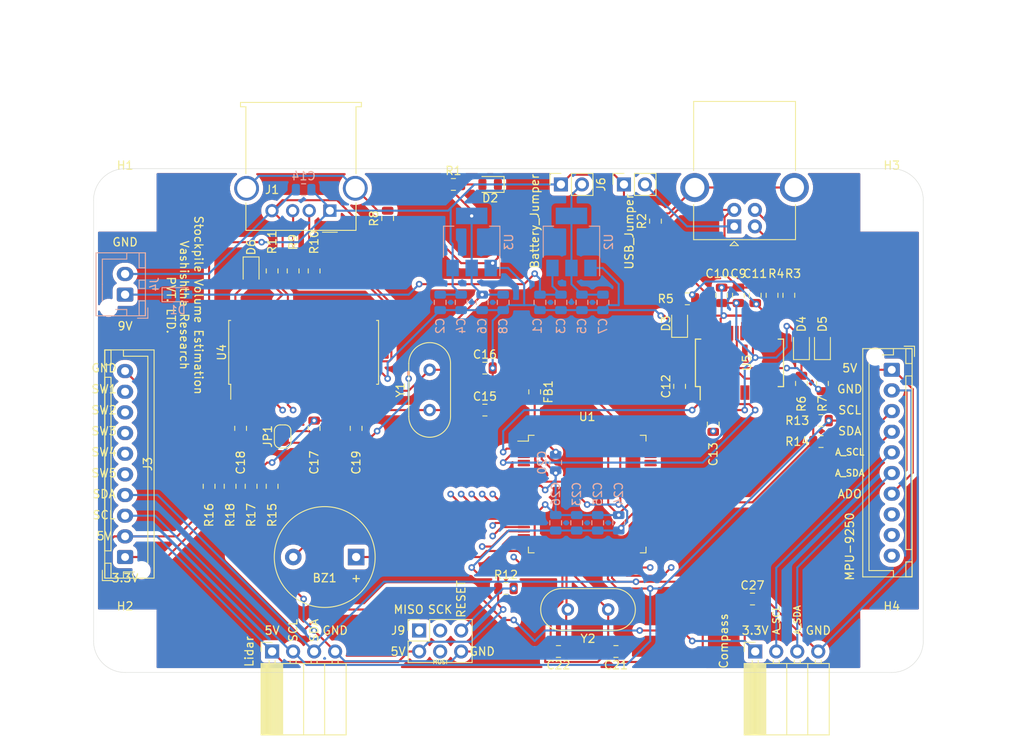
<source format=kicad_pcb>
(kicad_pcb (version 20171130) (host pcbnew "(5.1.6)-1")
  (layers (0 F.Cu signal) (1 In1.Cu signal) (2 In2.Cu signal) (31 B.Cu signal) (34 B.Paste user) (35 F.Paste user) (36 B.SilkS user) (37 F.SilkS user) (38 B.Mask user) (39 F.Mask user) (44 Edge.Cuts user))
  (net 0 "")
  (net 1 "Net-(U1-Pad97)")
  (net 2 "Net-(U1-Pad96)")
  (net 3 "Net-(U1-Pad95)")
  (net 4 "Net-(U1-Pad94)")
  (net 5 "Net-(U1-Pad93)")
  (net 6 "Net-(U1-Pad92)")
  (net 7 "Net-(U1-Pad91)")
  (net 8 "Net-(U1-Pad90)")
  (net 9 "Net-(U1-Pad89)")
  (net 10 "Net-(U1-Pad88)")
  (net 11 "Net-(U1-Pad87)")
  (net 12 "Net-(U1-Pad86)")
  (net 13 "Net-(U1-Pad85)")
  (net 14 "Net-(U1-Pad84)")
  (net 15 "Net-(U1-Pad83)")
  (net 16 "Net-(U1-Pad82)")
  (net 17 "Net-(U1-Pad79)")
  (net 18 "Net-(U1-Pad78)")
  (net 19 "Net-(U1-Pad77)")
  (net 20 "Net-(U1-Pad76)")
  (net 21 "Net-(U1-Pad75)")
  (net 22 "Net-(U1-Pad74)")
  (net 23 "Net-(U1-Pad73)")
  (net 24 "Net-(U1-Pad72)")
  (net 25 "Net-(U1-Pad71)")
  (net 26 "Net-(U1-Pad70)")
  (net 27 "Net-(U1-Pad69)")
  (net 28 "Net-(U1-Pad68)")
  (net 29 "Net-(U1-Pad67)")
  (net 30 "Net-(U1-Pad66)")
  (net 31 "Net-(U1-Pad65)")
  (net 32 "Net-(U1-Pad64)")
  (net 33 "Net-(U1-Pad63)")
  (net 34 "Net-(U1-Pad60)")
  (net 35 "Net-(U1-Pad59)")
  (net 36 "Net-(U1-Pad58)")
  (net 37 "Net-(U1-Pad57)")
  (net 38 "Net-(U1-Pad56)")
  (net 39 "Net-(U1-Pad55)")
  (net 40 "Net-(U1-Pad54)")
  (net 41 "Net-(U1-Pad53)")
  (net 42 "Net-(U1-Pad52)")
  (net 43 "Net-(U1-Pad51)")
  (net 44 "Net-(U1-Pad50)")
  (net 45 "Net-(U1-Pad49)")
  (net 46 "Net-(U1-Pad48)")
  (net 47 "Net-(U1-Pad47)")
  (net 48 "Net-(U1-Pad42)")
  (net 49 "Net-(U1-Pad41)")
  (net 50 "Net-(U1-Pad40)")
  (net 51 "Net-(U1-Pad39)")
  (net 52 "Net-(U1-Pad38)")
  (net 53 "Net-(U1-Pad37)")
  (net 54 "Net-(U1-Pad36)")
  (net 55 "Net-(U1-Pad35)")
  (net 56 "Net-(U1-Pad29)")
  (net 57 "Net-(U1-Pad28)")
  (net 58 "Net-(U1-Pad27)")
  (net 59 "Net-(U1-Pad25)")
  (net 60 "Net-(U1-Pad24)")
  (net 61 "Net-(U1-Pad23)")
  (net 62 "Net-(U1-Pad14)")
  (net 63 "Net-(U1-Pad13)")
  (net 64 "Net-(U1-Pad12)")
  (net 65 "Net-(U1-Pad9)")
  (net 66 "Net-(U1-Pad8)")
  (net 67 "Net-(U1-Pad7)")
  (net 68 "Net-(U1-Pad6)")
  (net 69 "Net-(U1-Pad5)")
  (net 70 "Net-(U1-Pad4)")
  (net 71 "Net-(U1-Pad1)")
  (net 72 "Net-(J1-Pad5)")
  (net 73 "Net-(J2-Pad5)")
  (net 74 "Net-(J2-Pad1)")
  (net 75 "Net-(U4-Pad27)")
  (net 76 "Net-(U4-Pad26)")
  (net 77 "Net-(U4-Pad25)")
  (net 78 "Net-(U4-Pad22)")
  (net 79 "Net-(U4-Pad21)")
  (net 80 "Net-(U4-Pad20)")
  (net 81 "Net-(U4-Pad19)")
  (net 82 "Net-(U4-Pad18)")
  (net 83 "Net-(U4-Pad17)")
  (net 84 "Net-(U4-Pad16)")
  (net 85 "Net-(U4-Pad15)")
  (net 86 "Net-(U4-Pad8)")
  (net 87 "Net-(U4-Pad7)")
  (net 88 "Net-(U4-Pad4)")
  (net 89 "Net-(U4-Pad3)")
  (net 90 "Net-(U4-Pad1)")
  (net 91 "Net-(U5-Pad28)")
  (net 92 "Net-(U5-Pad27)")
  (net 93 "Net-(U5-Pad14)")
  (net 94 "Net-(U5-Pad13)")
  (net 95 "Net-(U5-Pad12)")
  (net 96 "Net-(U5-Pad11)")
  (net 97 "Net-(U5-Pad10)")
  (net 98 "Net-(U5-Pad9)")
  (net 99 "Net-(U5-Pad6)")
  (net 100 "Net-(U5-Pad3)")
  (net 101 "Net-(D1-Pad1)")
  (net 102 9V)
  (net 103 5V)
  (net 104 "Net-(C5-Pad2)")
  (net 105 3.3V)
  (net 106 "Net-(D2-Pad2)")
  (net 107 GND_USB)
  (net 108 D+)
  (net 109 D-)
  (net 110 3.3V_out)
  (net 111 "Net-(C13-Pad2)")
  (net 112 DTR_prg)
  (net 113 "Net-(D3-Pad2)")
  (net 114 "Net-(D4-Pad1)")
  (net 115 "Net-(D5-Pad1)")
  (net 116 "Net-(R3-Pad1)")
  (net 117 "Net-(R4-Pad1)")
  (net 118 /USB_Programmer/TXD_led)
  (net 119 /USB_Programmer/RXD_led)
  (net 120 RXD_prg)
  (net 121 XI)
  (net 122 XO)
  (net 123 "Net-(C17-Pad1)")
  (net 124 "Net-(C18-Pad1)")
  (net 125 "Net-(D6-Pad1)")
  (net 126 "Net-(R9-Pad1)")
  (net 127 "Net-(R10-Pad1)")
  (net 128 "Net-(R11-Pad2)")
  (net 129 USB_D+)
  (net 130 USB_D-)
  (net 131 "Net-(BZ1-Pad2)")
  (net 132 Buzzer)
  (net 133 GND_uC)
  (net 134 "Net-(C20-Pad1)")
  (net 135 XTAL_1)
  (net 136 XTAL_2)
  (net 137 5v_uC)
  (net 138 3.3v_uC)
  (net 139 AVCC_uC)
  (net 140 SW_5)
  (net 141 SW_4)
  (net 142 SW_3)
  (net 143 SW_2)
  (net 144 SW_1)
  (net 145 SDA)
  (net 146 SCL)
  (net 147 A_SDA)
  (net 148 A_SCL)
  (net 149 MOSI)
  (net 150 SCK)
  (net 151 MISO)
  (net 152 "Net-(J10-Pad10)")
  (net 153 "Net-(J10-Pad9)")
  (net 154 "Net-(J10-Pad8)")
  (net 155 RX_0)
  (net 156 RX_1)
  (net 157 RXD1_usb)
  (module Connector_JST:JST_XH_B10B-XH-AM_1x10_P2.50mm_Vertical (layer F.Cu) (at 99.06 97.79 90)
    (fp_text reference J3 (at 11.25 2.75 90) (layer F.SilkS))
    (fp_text value Conn_01x10)
    (pad 1 thru_hole roundrect (at 0 0 90) (size 1.7 1.95) (drill 0.95) (layers *.Cu *.Mask) (roundrect_rratio 0.147) (net 138 3.3v_uC))
    (pad 2 thru_hole oval (at 2.5 0 90) (size 1.7 1.95) (drill 0.95) (layers *.Cu *.Mask) (net 137 5v_uC))
    (pad 3 thru_hole oval (at 5 0 90) (size 1.7 1.95) (drill 0.95) (layers *.Cu *.Mask) (net 146 SCL))
    (pad 4 thru_hole oval (at 7.5 0 90) (size 1.7 1.95) (drill 0.95) (layers *.Cu *.Mask) (net 145 SDA))
    (pad 5 thru_hole oval (at 10 0 90) (size 1.7 1.95) (drill 0.95) (layers *.Cu *.Mask) (net 140 SW_5))
    (pad 6 thru_hole oval (at 12.5 0 90) (size 1.7 1.95) (drill 0.95) (layers *.Cu *.Mask) (net 141 SW_4))
    (pad 7 thru_hole oval (at 15 0 90) (size 1.7 1.95) (drill 0.95) (layers *.Cu *.Mask) (net 142 SW_3))
    (pad 8 thru_hole oval (at 17.5 0 90) (size 1.7 1.95) (drill 0.95) (layers *.Cu *.Mask) (net 143 SW_2))
    (pad 9 thru_hole oval (at 20 0 90) (size 1.7 1.95) (drill 0.95) (layers *.Cu *.Mask) (net 144 SW_1))
    (pad 10 thru_hole oval (at 22.5 0 90) (size 1.7 1.95) (drill 0.95) (layers *.Cu *.Mask) (net 133 GND_uC))
    (pad "" np_thru_hole circle (at -1.6 2 90) (size 1.2 1.2) (drill 1.2) (layers *.Cu *.Mask))
  )
  (module Package_QFP:TQFP-100_14x14mm_P0.5mm (layer F.Cu) (at 154.94 90.17)
    (fp_text reference U1 (at 0 -9.35) (layer F.SilkS))
    (fp_text value ATmega2560-16AU)
    (pad 100 smd roundrect (at -6 -7.6625) (size 0.3 1.475) (layers F.Cu F.Paste F.Mask) (net 139 AVCC_uC))
    (pad 99 smd roundrect (at -5.5 -7.6625) (size 0.3 1.475) (layers F.Cu F.Paste F.Mask) (net 133 GND_uC))
    (pad 98 smd roundrect (at -5 -7.6625) (size 0.3 1.475) (layers F.Cu F.Paste F.Mask) (net 134 "Net-(C20-Pad1)"))
    (pad 97 smd roundrect (at -4.5 -7.6625) (size 0.3 1.475) (layers F.Cu F.Paste F.Mask) (net 1 "Net-(U1-Pad97)"))
    (pad 96 smd roundrect (at -4 -7.6625) (size 0.3 1.475) (layers F.Cu F.Paste F.Mask) (net 2 "Net-(U1-Pad96)"))
    (pad 95 smd roundrect (at -3.5 -7.6625) (size 0.3 1.475) (layers F.Cu F.Paste F.Mask) (net 3 "Net-(U1-Pad95)"))
    (pad 94 smd roundrect (at -3 -7.6625) (size 0.3 1.475) (layers F.Cu F.Paste F.Mask) (net 4 "Net-(U1-Pad94)"))
    (pad 93 smd roundrect (at -2.5 -7.6625) (size 0.3 1.475) (layers F.Cu F.Paste F.Mask) (net 5 "Net-(U1-Pad93)"))
    (pad 92 smd roundrect (at -2 -7.6625) (size 0.3 1.475) (layers F.Cu F.Paste F.Mask) (net 6 "Net-(U1-Pad92)"))
    (pad 91 smd roundrect (at -1.5 -7.6625) (size 0.3 1.475) (layers F.Cu F.Paste F.Mask) (net 7 "Net-(U1-Pad91)"))
    (pad 90 smd roundrect (at -1 -7.6625) (size 0.3 1.475) (layers F.Cu F.Paste F.Mask) (net 8 "Net-(U1-Pad90)"))
    (pad 89 smd roundrect (at -0.5 -7.6625) (size 0.3 1.475) (layers F.Cu F.Paste F.Mask) (net 9 "Net-(U1-Pad89)"))
    (pad 88 smd roundrect (at 0 -7.6625) (size 0.3 1.475) (layers F.Cu F.Paste F.Mask) (net 10 "Net-(U1-Pad88)"))
    (pad 87 smd roundrect (at 0.5 -7.6625) (size 0.3 1.475) (layers F.Cu F.Paste F.Mask) (net 11 "Net-(U1-Pad87)"))
    (pad 86 smd roundrect (at 1 -7.6625) (size 0.3 1.475) (layers F.Cu F.Paste F.Mask) (net 12 "Net-(U1-Pad86)"))
    (pad 85 smd roundrect (at 1.5 -7.6625) (size 0.3 1.475) (layers F.Cu F.Paste F.Mask) (net 13 "Net-(U1-Pad85)"))
    (pad 84 smd roundrect (at 2 -7.6625) (size 0.3 1.475) (layers F.Cu F.Paste F.Mask) (net 14 "Net-(U1-Pad84)"))
    (pad 83 smd roundrect (at 2.5 -7.6625) (size 0.3 1.475) (layers F.Cu F.Paste F.Mask) (net 15 "Net-(U1-Pad83)"))
    (pad 82 smd roundrect (at 3 -7.6625) (size 0.3 1.475) (layers F.Cu F.Paste F.Mask) (net 16 "Net-(U1-Pad82)"))
    (pad 81 smd roundrect (at 3.5 -7.6625) (size 0.3 1.475) (layers F.Cu F.Paste F.Mask) (net 133 GND_uC))
    (pad 80 smd roundrect (at 4 -7.6625) (size 0.3 1.475) (layers F.Cu F.Paste F.Mask) (net 137 5v_uC))
    (pad 79 smd roundrect (at 4.5 -7.6625) (size 0.3 1.475) (layers F.Cu F.Paste F.Mask) (net 17 "Net-(U1-Pad79)"))
    (pad 78 smd roundrect (at 5 -7.6625) (size 0.3 1.475) (layers F.Cu F.Paste F.Mask) (net 18 "Net-(U1-Pad78)"))
    (pad 77 smd roundrect (at 5.5 -7.6625) (size 0.3 1.475) (layers F.Cu F.Paste F.Mask) (net 19 "Net-(U1-Pad77)"))
    (pad 76 smd roundrect (at 6 -7.6625) (size 0.3 1.475) (layers F.Cu F.Paste F.Mask) (net 20 "Net-(U1-Pad76)"))
    (pad 75 smd roundrect (at 7.6625 -6) (size 1.475 0.3) (layers F.Cu F.Paste F.Mask) (net 21 "Net-(U1-Pad75)"))
    (pad 74 smd roundrect (at 7.6625 -5.5) (size 1.475 0.3) (layers F.Cu F.Paste F.Mask) (net 22 "Net-(U1-Pad74)"))
    (pad 73 smd roundrect (at 7.6625 -5) (size 1.475 0.3) (layers F.Cu F.Paste F.Mask) (net 23 "Net-(U1-Pad73)"))
    (pad 72 smd roundrect (at 7.6625 -4.5) (size 1.475 0.3) (layers F.Cu F.Paste F.Mask) (net 24 "Net-(U1-Pad72)"))
    (pad 71 smd roundrect (at 7.6625 -4) (size 1.475 0.3) (layers F.Cu F.Paste F.Mask) (net 25 "Net-(U1-Pad71)"))
    (pad 70 smd roundrect (at 7.6625 -3.5) (size 1.475 0.3) (layers F.Cu F.Paste F.Mask) (net 26 "Net-(U1-Pad70)"))
    (pad 69 smd roundrect (at 7.6625 -3) (size 1.475 0.3) (layers F.Cu F.Paste F.Mask) (net 27 "Net-(U1-Pad69)"))
    (pad 68 smd roundrect (at 7.6625 -2.5) (size 1.475 0.3) (layers F.Cu F.Paste F.Mask) (net 28 "Net-(U1-Pad68)"))
    (pad 67 smd roundrect (at 7.6625 -2) (size 1.475 0.3) (layers F.Cu F.Paste F.Mask) (net 29 "Net-(U1-Pad67)"))
    (pad 66 smd roundrect (at 7.6625 -1.5) (size 1.475 0.3) (layers F.Cu F.Paste F.Mask) (net 30 "Net-(U1-Pad66)"))
    (pad 65 smd roundrect (at 7.6625 -1) (size 1.475 0.3) (layers F.Cu F.Paste F.Mask) (net 31 "Net-(U1-Pad65)"))
    (pad 64 smd roundrect (at 7.6625 -0.5) (size 1.475 0.3) (layers F.Cu F.Paste F.Mask) (net 32 "Net-(U1-Pad64)"))
    (pad 63 smd roundrect (at 7.6625 0) (size 1.475 0.3) (layers F.Cu F.Paste F.Mask) (net 33 "Net-(U1-Pad63)"))
    (pad 62 smd roundrect (at 7.6625 0.5) (size 1.475 0.3) (layers F.Cu F.Paste F.Mask) (net 133 GND_uC))
    (pad 61 smd roundrect (at 7.6625 1) (size 1.475 0.3) (layers F.Cu F.Paste F.Mask) (net 137 5v_uC))
    (pad 60 smd roundrect (at 7.6625 1.5) (size 1.475 0.3) (layers F.Cu F.Paste F.Mask) (net 34 "Net-(U1-Pad60)"))
    (pad 59 smd roundrect (at 7.6625 2) (size 1.475 0.3) (layers F.Cu F.Paste F.Mask) (net 35 "Net-(U1-Pad59)"))
    (pad 58 smd roundrect (at 7.6625 2.5) (size 1.475 0.3) (layers F.Cu F.Paste F.Mask) (net 36 "Net-(U1-Pad58)"))
    (pad 57 smd roundrect (at 7.6625 3) (size 1.475 0.3) (layers F.Cu F.Paste F.Mask) (net 37 "Net-(U1-Pad57)"))
    (pad 56 smd roundrect (at 7.6625 3.5) (size 1.475 0.3) (layers F.Cu F.Paste F.Mask) (net 38 "Net-(U1-Pad56)"))
    (pad 55 smd roundrect (at 7.6625 4) (size 1.475 0.3) (layers F.Cu F.Paste F.Mask) (net 39 "Net-(U1-Pad55)"))
    (pad 54 smd roundrect (at 7.6625 4.5) (size 1.475 0.3) (layers F.Cu F.Paste F.Mask) (net 40 "Net-(U1-Pad54)"))
    (pad 53 smd roundrect (at 7.6625 5) (size 1.475 0.3) (layers F.Cu F.Paste F.Mask) (net 41 "Net-(U1-Pad53)"))
    (pad 52 smd roundrect (at 7.6625 5.5) (size 1.475 0.3) (layers F.Cu F.Paste F.Mask) (net 42 "Net-(U1-Pad52)"))
    (pad 51 smd roundrect (at 7.6625 6) (size 1.475 0.3) (layers F.Cu F.Paste F.Mask) (net 43 "Net-(U1-Pad51)"))
    (pad 50 smd roundrect (at 6 7.6625) (size 0.3 1.475) (layers F.Cu F.Paste F.Mask) (net 44 "Net-(U1-Pad50)"))
    (pad 49 smd roundrect (at 5.5 7.6625) (size 0.3 1.475) (layers F.Cu F.Paste F.Mask) (net 45 "Net-(U1-Pad49)"))
    (pad 48 smd roundrect (at 5 7.6625) (size 0.3 1.475) (layers F.Cu F.Paste F.Mask) (net 46 "Net-(U1-Pad48)"))
    (pad 47 smd roundrect (at 4.5 7.6625) (size 0.3 1.475) (layers F.Cu F.Paste F.Mask) (net 47 "Net-(U1-Pad47)"))
    (pad 46 smd roundrect (at 4 7.6625) (size 0.3 1.475) (layers F.Cu F.Paste F.Mask) (net 157 RXD1_usb))
    (pad 45 smd roundrect (at 3.5 7.6625) (size 0.3 1.475) (layers F.Cu F.Paste F.Mask) (net 156 RX_1))
    (pad 44 smd roundrect (at 3 7.6625) (size 0.3 1.475) (layers F.Cu F.Paste F.Mask) (net 145 SDA))
    (pad 43 smd roundrect (at 2.5 7.6625) (size 0.3 1.475) (layers F.Cu F.Paste F.Mask) (net 146 SCL))
    (pad 42 smd roundrect (at 2 7.6625) (size 0.3 1.475) (layers F.Cu F.Paste F.Mask) (net 48 "Net-(U1-Pad42)"))
    (pad 41 smd roundrect (at 1.5 7.6625) (size 0.3 1.475) (layers F.Cu F.Paste F.Mask) (net 49 "Net-(U1-Pad41)"))
    (pad 40 smd roundrect (at 1 7.6625) (size 0.3 1.475) (layers F.Cu F.Paste F.Mask) (net 50 "Net-(U1-Pad40)"))
    (pad 39 smd roundrect (at 0.5 7.6625) (size 0.3 1.475) (layers F.Cu F.Paste F.Mask) (net 51 "Net-(U1-Pad39)"))
    (pad 38 smd roundrect (at 0 7.6625) (size 0.3 1.475) (layers F.Cu F.Paste F.Mask) (net 52 "Net-(U1-Pad38)"))
    (pad 37 smd roundrect (at -0.5 7.6625) (size 0.3 1.475) (layers F.Cu F.Paste F.Mask) (net 53 "Net-(U1-Pad37)"))
    (pad 36 smd roundrect (at -1 7.6625) (size 0.3 1.475) (layers F.Cu F.Paste F.Mask) (net 54 "Net-(U1-Pad36)"))
    (pad 35 smd roundrect (at -1.5 7.6625) (size 0.3 1.475) (layers F.Cu F.Paste F.Mask) (net 55 "Net-(U1-Pad35)"))
    (pad 34 smd roundrect (at -2 7.6625) (size 0.3 1.475) (layers F.Cu F.Paste F.Mask) (net 135 XTAL_1))
    (pad 33 smd roundrect (at -2.5 7.6625) (size 0.3 1.475) (layers F.Cu F.Paste F.Mask) (net 136 XTAL_2))
    (pad 32 smd roundrect (at -3 7.6625) (size 0.3 1.475) (layers F.Cu F.Paste F.Mask) (net 133 GND_uC))
    (pad 31 smd roundrect (at -3.5 7.6625) (size 0.3 1.475) (layers F.Cu F.Paste F.Mask) (net 137 5v_uC))
    (pad 30 smd roundrect (at -4 7.6625) (size 0.3 1.475) (layers F.Cu F.Paste F.Mask) (net 112 DTR_prg))
    (pad 29 smd roundrect (at -4.5 7.6625) (size 0.3 1.475) (layers F.Cu F.Paste F.Mask) (net 56 "Net-(U1-Pad29)"))
    (pad 28 smd roundrect (at -5 7.6625) (size 0.3 1.475) (layers F.Cu F.Paste F.Mask) (net 57 "Net-(U1-Pad28)"))
    (pad 27 smd roundrect (at -5.5 7.6625) (size 0.3 1.475) (layers F.Cu F.Paste F.Mask) (net 58 "Net-(U1-Pad27)"))
    (pad 26 smd roundrect (at -6 7.6625) (size 0.3 1.475) (layers F.Cu F.Paste F.Mask) (net 132 Buzzer))
    (pad 25 smd roundrect (at -7.6625 6) (size 1.475 0.3) (layers F.Cu F.Paste F.Mask) (net 59 "Net-(U1-Pad25)"))
    (pad 24 smd roundrect (at -7.6625 5.5) (size 1.475 0.3) (layers F.Cu F.Paste F.Mask) (net 60 "Net-(U1-Pad24)"))
    (pad 23 smd roundrect (at -7.6625 5) (size 1.475 0.3) (layers F.Cu F.Paste F.Mask) (net 61 "Net-(U1-Pad23)"))
    (pad 22 smd roundrect (at -7.6625 4.5) (size 1.475 0.3) (layers F.Cu F.Paste F.Mask) (net 151 MISO))
    (pad 21 smd roundrect (at -7.6625 4) (size 1.475 0.3) (layers F.Cu F.Paste F.Mask) (net 149 MOSI))
    (pad 20 smd roundrect (at -7.6625 3.5) (size 1.475 0.3) (layers F.Cu F.Paste F.Mask) (net 150 SCK))
    (pad 19 smd roundrect (at -7.6625 3) (size 1.475 0.3) (layers F.Cu F.Paste F.Mask) (net 140 SW_5))
    (pad 18 smd roundrect (at -7.6625 2.5) (size 1.475 0.3) (layers F.Cu F.Paste F.Mask) (net 141 SW_4))
    (pad 17 smd roundrect (at -7.6625 2) (size 1.475 0.3) (layers F.Cu F.Paste F.Mask) (net 142 SW_3))
    (pad 16 smd roundrect (at -7.6625 1.5) (size 1.475 0.3) (layers F.Cu F.Paste F.Mask) (net 143 SW_2))
    (pad 15 smd roundrect (at -7.6625 1) (size 1.475 0.3) (layers F.Cu F.Paste F.Mask) (net 144 SW_1))
    (pad 14 smd roundrect (at -7.6625 0.5) (size 1.475 0.3) (layers F.Cu F.Paste F.Mask) (net 62 "Net-(U1-Pad14)"))
    (pad 13 smd roundrect (at -7.6625 0) (size 1.475 0.3) (layers F.Cu F.Paste F.Mask) (net 63 "Net-(U1-Pad13)"))
    (pad 12 smd roundrect (at -7.6625 -0.5) (size 1.475 0.3) (layers F.Cu F.Paste F.Mask) (net 64 "Net-(U1-Pad12)"))
    (pad 11 smd roundrect (at -7.6625 -1) (size 1.475 0.3) (layers F.Cu F.Paste F.Mask) (net 133 GND_uC))
    (pad 10 smd roundrect (at -7.6625 -1.5) (size 1.475 0.3) (layers F.Cu F.Paste F.Mask) (net 137 5v_uC))
    (pad 9 smd roundrect (at -7.6625 -2) (size 1.475 0.3) (layers F.Cu F.Paste F.Mask) (net 65 "Net-(U1-Pad9)"))
    (pad 8 smd roundrect (at -7.6625 -2.5) (size 1.475 0.3) (layers F.Cu F.Paste F.Mask) (net 66 "Net-(U1-Pad8)"))
    (pad 7 smd roundrect (at -7.6625 -3) (size 1.475 0.3) (layers F.Cu F.Paste F.Mask) (net 67 "Net-(U1-Pad7)"))
    (pad 6 smd roundrect (at -7.6625 -3.5) (size 1.475 0.3) (layers F.Cu F.Paste F.Mask) (net 68 "Net-(U1-Pad6)"))
    (pad 5 smd roundrect (at -7.6625 -4) (size 1.475 0.3) (layers F.Cu F.Paste F.Mask) (net 69 "Net-(U1-Pad5)"))
    (pad 4 smd roundrect (at -7.6625 -4.5) (size 1.475 0.3) (layers F.Cu F.Paste F.Mask) (net 70 "Net-(U1-Pad4)"))
    (pad 3 smd roundrect (at -7.6625 -5) (size 1.475 0.3) (layers F.Cu F.Paste F.Mask) (net 120 RXD_prg))
    (pad 2 smd roundrect (at -7.6625 -5.5) (size 1.475 0.3) (layers F.Cu F.Paste F.Mask) (net 155 RX_0))
    (pad 1 smd roundrect (at -7.6625 -6) (size 1.475 0.3) (layers F.Cu F.Paste F.Mask) (net 71 "Net-(U1-Pad1)"))
  )
  (module Crystal:Crystal_HC49-4H_Vertical (layer F.Cu) (at 157.48 104.14 180)
    (fp_text reference Y2 (at 2.44 -3.525) (layer F.SilkS))
    (fp_text value 16MHz)
    (pad 2 thru_hole circle (at 4.88 0 180) (size 1.5 1.5) (drill 0.8) (layers *.Cu *.Mask) (net 136 XTAL_2))
    (pad 1 thru_hole circle (at 0 0 180) (size 1.5 1.5) (drill 0.8) (layers *.Cu *.Mask) (net 135 XTAL_1))
  )
  (module Resistor_SMD:R_0805_2012Metric (layer F.Cu) (at 111.76 89.2325 270)
    (fp_text reference R18 (at 3.4775 0 90) (layer F.SilkS))
    (fp_text value 0R)
    (pad 2 smd roundrect (at 0.9375 0 270) (size 0.975 1.4) (layers F.Cu F.Paste F.Mask) (net 138 3.3v_uC))
    (pad 1 smd roundrect (at -0.9375 0 270) (size 0.975 1.4) (layers F.Cu F.Paste F.Mask) (net 105 3.3V))
  )
  (module Resistor_SMD:R_0805_2012Metric (layer F.Cu) (at 114.3 89.2325 90)
    (fp_text reference R17 (at -3.4775 0 90) (layer F.SilkS))
    (fp_text value 0R)
    (pad 2 smd roundrect (at 0.9375 0 90) (size 0.975 1.4) (layers F.Cu F.Paste F.Mask) (net 107 GND_USB))
    (pad 1 smd roundrect (at -0.9375 0 90) (size 0.975 1.4) (layers F.Cu F.Paste F.Mask) (net 133 GND_uC))
  )
  (module Resistor_SMD:R_0805_2012Metric (layer F.Cu) (at 109.22 89.2325 270)
    (fp_text reference R16 (at 3.4775 0 90) (layer F.SilkS))
    (fp_text value 0R)
    (pad 2 smd roundrect (at 0.9375 0 270) (size 0.975 1.4) (layers F.Cu F.Paste F.Mask) (net 137 5v_uC))
    (pad 1 smd roundrect (at -0.9375 0 270) (size 0.975 1.4) (layers F.Cu F.Paste F.Mask) (net 103 5V))
  )
  (module Resistor_SMD:R_0805_2012Metric (layer F.Cu) (at 116.84 89.2325 90)
    (fp_text reference R15 (at -3.4775 0 90) (layer F.SilkS))
    (fp_text value 100R)
    (pad 2 smd roundrect (at 0.9375 0 90) (size 0.975 1.4) (layers F.Cu F.Paste F.Mask) (net 131 "Net-(BZ1-Pad2)"))
    (pad 1 smd roundrect (at -0.9375 0 90) (size 0.975 1.4) (layers F.Cu F.Paste F.Mask) (net 133 GND_uC))
  )
  (module Resistor_SMD:R_0805_2012Metric (layer F.Cu) (at 183.2125 83.82 180)
    (fp_text reference R14 (at 2.8725 0) (layer F.SilkS))
    (fp_text value 4.7k)
    (pad 2 smd roundrect (at 0.9375 0 180) (size 0.975 1.4) (layers F.Cu F.Paste F.Mask) (net 137 5v_uC))
    (pad 1 smd roundrect (at -0.9375 0 180) (size 0.975 1.4) (layers F.Cu F.Paste F.Mask) (net 145 SDA))
  )
  (module Resistor_SMD:R_0805_2012Metric (layer F.Cu) (at 183.2125 81.28)
    (fp_text reference R13 (at -2.8725 0) (layer F.SilkS))
    (fp_text value 4.7k)
    (pad 2 smd roundrect (at 0.9375 0) (size 0.975 1.4) (layers F.Cu F.Paste F.Mask) (net 146 SCL))
    (pad 1 smd roundrect (at -0.9375 0) (size 0.975 1.4) (layers F.Cu F.Paste F.Mask) (net 137 5v_uC))
  )
  (module Resistor_SMD:R_0805_2012Metric (layer F.Cu) (at 145.1125 101.6)
    (fp_text reference R12 (at 0 -1.65) (layer F.SilkS))
    (fp_text value 10k)
    (pad 2 smd roundrect (at 0.9375 0) (size 0.975 1.4) (layers F.Cu F.Paste F.Mask) (net 112 DTR_prg))
    (pad 1 smd roundrect (at -0.9375 0) (size 0.975 1.4) (layers F.Cu F.Paste F.Mask) (net 137 5v_uC))
  )
  (module Connector_JST:JST_XH_B10B-XH-AM_1x10_P2.50mm_Vertical (layer F.Cu) (at 191.77 75.13 270)
    (fp_text reference MPU-9250 (at 21.39 5.08 90) (layer F.SilkS))
    (fp_text value Conn_01x10)
    (pad 1 thru_hole roundrect (at 0 0 270) (size 1.7 1.95) (drill 0.95) (layers *.Cu *.Mask) (roundrect_rratio 0.147059) (net 137 5v_uC))
    (pad 2 thru_hole oval (at 2.5 0 270) (size 1.7 1.95) (drill 0.95) (layers *.Cu *.Mask) (net 133 GND_uC))
    (pad 3 thru_hole oval (at 5 0 270) (size 1.7 1.95) (drill 0.95) (layers *.Cu *.Mask) (net 146 SCL))
    (pad 4 thru_hole oval (at 7.5 0 270) (size 1.7 1.95) (drill 0.95) (layers *.Cu *.Mask) (net 145 SDA))
    (pad 5 thru_hole oval (at 10 0 270) (size 1.7 1.95) (drill 0.95) (layers *.Cu *.Mask) (net 148 A_SCL))
    (pad 6 thru_hole oval (at 12.5 0 270) (size 1.7 1.95) (drill 0.95) (layers *.Cu *.Mask) (net 147 A_SDA))
    (pad 7 thru_hole oval (at 15 0 270) (size 1.7 1.95) (drill 0.95) (layers *.Cu *.Mask) (net 137 5v_uC))
    (pad 8 thru_hole oval (at 17.5 0 270) (size 1.7 1.95) (drill 0.95) (layers *.Cu *.Mask) (net 154 "Net-(J10-Pad8)"))
    (pad 9 thru_hole oval (at 20 0 270) (size 1.7 1.95) (drill 0.95) (layers *.Cu *.Mask) (net 153 "Net-(J10-Pad9)"))
    (pad 10 thru_hole oval (at 22.5 0 270) (size 1.7 1.95) (drill 0.95) (layers *.Cu *.Mask) (net 152 "Net-(J10-Pad10)"))
    (pad "" np_thru_hole circle (at -1.6 2 270) (size 1.2 1.2) (drill 1.2) (layers *.Cu *.Mask))
  )
  (module Connector_PinSocket_2.54mm:PinSocket_2x03_P2.54mm_Vertical (layer F.Cu) (at 134.62 106.68 90)
    (fp_text reference J9 (at 0 -2.54 180) (layer F.SilkS))
    (fp_text value Conn_02x03_Odd_Even)
    (pad 6 thru_hole oval (at -2.54 5.08 90) (size 1.7 1.7) (drill 1) (layers *.Cu *.Mask) (net 133 GND_uC))
    (pad 5 thru_hole oval (at 0 5.08 90) (size 1.7 1.7) (drill 1) (layers *.Cu *.Mask) (net 112 DTR_prg))
    (pad 4 thru_hole oval (at -2.54 2.54 90) (size 1.7 1.7) (drill 1) (layers *.Cu *.Mask) (net 149 MOSI))
    (pad 3 thru_hole oval (at 0 2.54 90) (size 1.7 1.7) (drill 1) (layers *.Cu *.Mask) (net 150 SCK))
    (pad 2 thru_hole oval (at -2.54 0 90) (size 1.7 1.7) (drill 1) (layers *.Cu *.Mask) (net 137 5v_uC))
    (pad 1 thru_hole rect (at 0 0 90) (size 1.7 1.7) (drill 1) (layers *.Cu *.Mask) (net 151 MISO))
  )
  (module Connector_PinSocket_2.54mm:PinSocket_1x04_P2.54mm_Horizontal (layer F.Cu) (at 175.26 109.22 90)
    (fp_text reference Compass (at 1.27 -3.81 90) (layer F.SilkS))
    (fp_text value Conn_01x04)
    (pad 4 thru_hole oval (at 0 7.62 90) (size 1.7 1.7) (drill 1) (layers *.Cu *.Mask) (net 133 GND_uC))
    (pad 3 thru_hole oval (at 0 5.08 90) (size 1.7 1.7) (drill 1) (layers *.Cu *.Mask) (net 147 A_SDA))
    (pad 2 thru_hole oval (at 0 2.54 90) (size 1.7 1.7) (drill 1) (layers *.Cu *.Mask) (net 148 A_SCL))
    (pad 1 thru_hole rect (at 0 0 90) (size 1.7 1.7) (drill 1) (layers *.Cu *.Mask) (net 138 3.3v_uC))
  )
  (module Connector_PinSocket_2.54mm:PinSocket_1x04_P2.54mm_Horizontal (layer F.Cu) (at 116.84 109.22 90)
    (fp_text reference Lidar (at 0 -2.77 90) (layer F.SilkS))
    (fp_text value Conn_01x04)
    (pad 4 thru_hole oval (at 0 7.62 90) (size 1.7 1.7) (drill 1) (layers *.Cu *.Mask) (net 133 GND_uC))
    (pad 3 thru_hole oval (at 0 5.08 90) (size 1.7 1.7) (drill 1) (layers *.Cu *.Mask) (net 145 SDA))
    (pad 2 thru_hole oval (at 0 2.54 90) (size 1.7 1.7) (drill 1) (layers *.Cu *.Mask) (net 146 SCL))
    (pad 1 thru_hole rect (at 0 0 90) (size 1.7 1.7) (drill 1) (layers *.Cu *.Mask) (net 137 5v_uC))
  )
  (module Inductor_SMD:L_0805_2012Metric (layer F.Cu) (at 148.59 77.8025 270)
    (fp_text reference FB1 (at 0 -1.65 90) (layer F.SilkS))
    (fp_text value Ferrite_Bead_Small)
    (pad 2 smd roundrect (at 0.9375 0 270) (size 0.975 1.4) (layers F.Cu F.Paste F.Mask) (net 139 AVCC_uC))
    (pad 1 smd roundrect (at -0.9375 0 270) (size 0.975 1.4) (layers F.Cu F.Paste F.Mask) (net 137 5v_uC))
  )
  (module Capacitor_SMD:C_0805_2012Metric (layer F.Cu) (at 174.9275 102.87)
    (fp_text reference C27 (at 0 -1.65) (layer F.SilkS))
    (fp_text value 0.1uf)
    (pad 2 smd roundrect (at 0.9375 0) (size 0.975 1.4) (layers F.Cu F.Paste F.Mask) (net 133 GND_uC))
    (pad 1 smd roundrect (at -0.9375 0) (size 0.975 1.4) (layers F.Cu F.Paste F.Mask) (net 138 3.3v_uC))
  )
  (module Capacitor_SMD:C_0805_2012Metric (layer B.Cu) (at 151.13 93.6475 90)
    (fp_text reference C26 (at 3.4775 0 270) (layer B.SilkS) (effects (justify mirror)))
    (fp_text value 1uf)
    (pad 2 smd roundrect (at 0.9375 0 90) (size 0.975 1.4) (layers B.Cu B.Paste B.Mask) (net 133 GND_uC))
    (pad 1 smd roundrect (at -0.9375 0 90) (size 0.975 1.4) (layers B.Cu B.Paste B.Mask) (net 137 5v_uC))
  )
  (module Capacitor_SMD:C_0805_2012Metric (layer B.Cu) (at 156.21 93.6475 90)
    (fp_text reference C25 (at 3.4775 0 270) (layer B.SilkS) (effects (justify mirror)))
    (fp_text value 0.01uf)
    (pad 2 smd roundrect (at 0.9375 0 90) (size 0.975 1.4) (layers B.Cu B.Paste B.Mask) (net 133 GND_uC))
    (pad 1 smd roundrect (at -0.9375 0 90) (size 0.975 1.4) (layers B.Cu B.Paste B.Mask) (net 137 5v_uC))
  )
  (module Capacitor_SMD:C_0805_2012Metric (layer B.Cu) (at 158.75 93.6475 90)
    (fp_text reference C24 (at 3.4775 0 270) (layer B.SilkS) (effects (justify mirror)))
    (fp_text value 10uf)
    (pad 2 smd roundrect (at 0.9375 0 90) (size 0.975 1.4) (layers B.Cu B.Paste B.Mask) (net 133 GND_uC))
    (pad 1 smd roundrect (at -0.9375 0 90) (size 0.975 1.4) (layers B.Cu B.Paste B.Mask) (net 137 5v_uC))
  )
  (module Capacitor_SMD:C_0805_2012Metric (layer B.Cu) (at 153.67 93.6475 90)
    (fp_text reference C23 (at 3.4775 0 270) (layer B.SilkS) (effects (justify mirror)))
    (fp_text value 0.1uf)
    (pad 2 smd roundrect (at 0.9375 0 90) (size 0.975 1.4) (layers B.Cu B.Paste B.Mask) (net 133 GND_uC))
    (pad 1 smd roundrect (at -0.9375 0 90) (size 0.975 1.4) (layers B.Cu B.Paste B.Mask) (net 137 5v_uC))
  )
  (module Capacitor_SMD:C_0805_2012Metric (layer F.Cu) (at 151.4625 109.22 180)
    (fp_text reference C22 (at 0 -1.65) (layer F.SilkS))
    (fp_text value 22pf)
    (pad 2 smd roundrect (at 0.9375 0 180) (size 0.975 1.4) (layers F.Cu F.Paste F.Mask) (net 133 GND_uC))
    (pad 1 smd roundrect (at -0.9375 0 180) (size 0.975 1.4) (layers F.Cu F.Paste F.Mask) (net 136 XTAL_2))
  )
  (module Capacitor_SMD:C_0805_2012Metric (layer F.Cu) (at 158.4175 109.22 180)
    (fp_text reference C21 (at 0 -1.65) (layer F.SilkS))
    (fp_text value 22pf)
    (pad 2 smd roundrect (at 0.9375 0 180) (size 0.975 1.4) (layers F.Cu F.Paste F.Mask) (net 133 GND_uC))
    (pad 1 smd roundrect (at -0.9375 0 180) (size 0.975 1.4) (layers F.Cu F.Paste F.Mask) (net 135 XTAL_1))
  )
  (module Capacitor_SMD:C_0805_2012Metric (layer B.Cu) (at 151.13 86.36 270)
    (fp_text reference C20 (at 0 1.65 270) (layer B.SilkS) (effects (justify mirror)))
    (fp_text value 0.1uf)
    (pad 2 smd roundrect (at 0.9375 0 270) (size 0.975 1.4) (layers B.Cu B.Paste B.Mask) (net 133 GND_uC))
    (pad 1 smd roundrect (at -0.9375 0 270) (size 0.975 1.4) (layers B.Cu B.Paste B.Mask) (net 134 "Net-(C20-Pad1)"))
  )
  (module Buzzer_Beeper:Buzzer_12x9.5RM7.6 (layer F.Cu) (at 127 97.79 180)
    (fp_text reference BZ1 (at 3.81 -2.54) (layer F.SilkS))
    (fp_text value Buzzer)
    (fp_text user + (at -0.01 -2.54) (layer F.SilkS))
    (pad 2 thru_hole circle (at 7.6 0 180) (size 2 2) (drill 1) (layers *.Cu *.Mask) (net 131 "Net-(BZ1-Pad2)"))
    (pad 1 thru_hole rect (at 0 0 180) (size 2 2) (drill 1) (layers *.Cu *.Mask) (net 132 Buzzer))
  )
  (module Crystal:Crystal_HC49-4H_Vertical (layer F.Cu) (at 135.89 80.01 90)
    (fp_text reference Y1 (at 2.44 -3.525 90) (layer F.SilkS))
    (fp_text value 12MHz)
    (pad 2 thru_hole circle (at 4.88 0 90) (size 1.5 1.5) (drill 0.8) (layers *.Cu *.Mask) (net 122 XO))
    (pad 1 thru_hole circle (at 0 0 90) (size 1.5 1.5) (drill 0.8) (layers *.Cu *.Mask) (net 121 XI))
  )
  (module Resistor_SMD:R_0805_2012Metric (layer F.Cu) (at 116.84 63.1675 270)
    (fp_text reference R11 (at -3.4775 0 90) (layer F.SilkS))
    (fp_text value 1k)
    (pad 2 smd roundrect (at 0.9375 0 270) (size 0.975 1.4) (layers F.Cu F.Paste F.Mask) (net 128 "Net-(R11-Pad2)"))
    (pad 1 smd roundrect (at -0.9375 0 270) (size 0.975 1.4) (layers F.Cu F.Paste F.Mask) (net 125 "Net-(D6-Pad1)"))
  )
  (module Resistor_SMD:R_0805_2012Metric (layer F.Cu) (at 121.92 63.1675 90)
    (fp_text reference R10 (at 3.4775 0 90) (layer F.SilkS))
    (fp_text value 0R)
    (pad 2 smd roundrect (at 0.9375 0 90) (size 0.975 1.4) (layers F.Cu F.Paste F.Mask) (net 130 USB_D-))
    (pad 1 smd roundrect (at -0.9375 0 90) (size 0.975 1.4) (layers F.Cu F.Paste F.Mask) (net 127 "Net-(R10-Pad1)"))
  )
  (module Resistor_SMD:R_0805_2012Metric (layer F.Cu) (at 119.38 63.1675 90)
    (fp_text reference R9 (at 3.4775 0 90) (layer F.SilkS))
    (fp_text value 0R)
    (pad 2 smd roundrect (at 0.9375 0 90) (size 0.975 1.4) (layers F.Cu F.Paste F.Mask) (net 129 USB_D+))
    (pad 1 smd roundrect (at -0.9375 0 90) (size 0.975 1.4) (layers F.Cu F.Paste F.Mask) (net 126 "Net-(R9-Pad1)"))
  )
  (module Resistor_SMD:R_0805_2012Metric (layer F.Cu) (at 130.81 56.8175 90)
    (fp_text reference R8 (at 0 -1.65 90) (layer F.SilkS))
    (fp_text value 0R)
    (pad 2 smd roundrect (at 0.9375 0 90) (size 0.975 1.4) (layers F.Cu F.Paste F.Mask) (net 72 "Net-(J1-Pad5)"))
    (pad 1 smd roundrect (at -0.9375 0 90) (size 0.975 1.4) (layers F.Cu F.Paste F.Mask) (net 107 GND_USB))
  )
  (module Jumper:SolderJumper-2_P1.3mm_Open_RoundedPad1.0x1.5mm (layer F.Cu) (at 118.11 83.2 90)
    (fp_text reference JP1 (at 0 -1.8 90) (layer F.SilkS))
    (fp_text value SolderJumper_2_Open)
    (pad 2 smd custom (at 0.65 0 90) (size 1 0.5) (layers F.Cu F.Mask) (net 123 "Net-(C17-Pad1)") (options (clearance outline) (anchor rect)) (primitives (gr_circle (center 0 0.25) (end 0.5 0.25) (width 0)) (gr_circle (center 0 -0.25) (end 0.5 -0.25) (width 0)) (gr_poly (pts (xy 0 -0.75) (xy -0.5 -0.75) (xy -0.5 0.75) (xy 0 0.75)) (width 0))))
    (pad 1 smd custom (at -0.65 0 90) (size 1 0.5) (layers F.Cu F.Mask) (net 105 3.3V) (options (clearance outline) (anchor rect)) (primitives (gr_circle (center 0 0.25) (end 0.5 0.25) (width 0)) (gr_circle (center 0 -0.25) (end 0.5 -0.25) (width 0)) (gr_poly (pts (xy 0 -0.75) (xy 0.5 -0.75) (xy 0.5 0.75) (xy 0 0.75)) (width 0))))
  )
  (module LED_SMD:LED_0805_2012Metric (layer F.Cu) (at 114.3 63.1675 270)
    (fp_text reference D6 (at -2.8725 0 90) (layer F.SilkS))
    (fp_text value LED)
    (pad 2 smd roundrect (at 0.9375 0 270) (size 0.975 1.4) (layers F.Cu F.Paste F.Mask) (net 105 3.3V))
    (pad 1 smd roundrect (at -0.9375 0 270) (size 0.975 1.4) (layers F.Cu F.Paste F.Mask) (net 125 "Net-(D6-Pad1)"))
  )
  (module Capacitor_SMD:C_0805_2012Metric (layer F.Cu) (at 127 82.2175 90)
    (fp_text reference C19 (at -4.1425 0 90) (layer F.SilkS))
    (fp_text value 0.1uf)
    (pad 2 smd roundrect (at 0.9375 0 90) (size 0.975 1.4) (layers F.Cu F.Paste F.Mask) (net 107 GND_USB))
    (pad 1 smd roundrect (at -0.9375 0 90) (size 0.975 1.4) (layers F.Cu F.Paste F.Mask) (net 105 3.3V))
  )
  (module Capacitor_SMD:C_0805_2012Metric (layer F.Cu) (at 113.03 82.2175 270)
    (fp_text reference C18 (at 4.1425 0 90) (layer F.SilkS))
    (fp_text value 1uf)
    (pad 2 smd roundrect (at 0.9375 0 270) (size 0.975 1.4) (layers F.Cu F.Paste F.Mask) (net 105 3.3V))
    (pad 1 smd roundrect (at -0.9375 0 270) (size 0.975 1.4) (layers F.Cu F.Paste F.Mask) (net 124 "Net-(C18-Pad1)"))
  )
  (module Capacitor_SMD:C_0805_2012Metric (layer F.Cu) (at 121.92 82.2175 90)
    (fp_text reference C17 (at -4.1425 0 90) (layer F.SilkS))
    (fp_text value 10nf)
    (pad 2 smd roundrect (at 0.9375 0 90) (size 0.975 1.4) (layers F.Cu F.Paste F.Mask) (net 107 GND_USB))
    (pad 1 smd roundrect (at -0.9375 0 90) (size 0.975 1.4) (layers F.Cu F.Paste F.Mask) (net 123 "Net-(C17-Pad1)"))
  )
  (module Capacitor_SMD:C_0805_2012Metric (layer F.Cu) (at 142.5725 74.93)
    (fp_text reference C16 (at 0 -1.65) (layer F.SilkS))
    (fp_text value 22pf)
    (pad 2 smd roundrect (at 0.9375 0) (size 0.975 1.4) (layers F.Cu F.Paste F.Mask) (net 107 GND_USB))
    (pad 1 smd roundrect (at -0.9375 0) (size 0.975 1.4) (layers F.Cu F.Paste F.Mask) (net 122 XO))
  )
  (module Capacitor_SMD:C_0805_2012Metric (layer F.Cu) (at 142.5725 80.01)
    (fp_text reference C15 (at 0 -1.65) (layer F.SilkS))
    (fp_text value 22pf)
    (pad 2 smd roundrect (at 0.9375 0) (size 0.975 1.4) (layers F.Cu F.Paste F.Mask) (net 107 GND_USB))
    (pad 1 smd roundrect (at -0.9375 0) (size 0.975 1.4) (layers F.Cu F.Paste F.Mask) (net 121 XI))
  )
  (module Capacitor_SMD:C_0805_2012Metric (layer B.Cu) (at 120.65 53.34 180)
    (fp_text reference C14 (at 0 1.65) (layer B.SilkS) (effects (justify mirror)))
    (fp_text value 10uf)
    (pad 2 smd roundrect (at 0.9375 0 180) (size 0.975 1.4) (layers B.Cu B.Paste B.Mask) (net 107 GND_USB))
    (pad 1 smd roundrect (at -0.9375 0 180) (size 0.975 1.4) (layers B.Cu B.Paste B.Mask) (net 103 5V))
  )
  (module Resistor_SMD:R_0805_2012Metric (layer F.Cu) (at 183.388 76.7865 90)
    (fp_text reference R7 (at -2.4615 0 90) (layer F.SilkS))
    (fp_text value 1k)
    (pad 2 smd roundrect (at 0.9375 0 90) (size 0.975 1.4) (layers F.Cu F.Paste F.Mask) (net 115 "Net-(D5-Pad1)"))
    (pad 1 smd roundrect (at -0.9375 0 90) (size 0.975 1.4) (layers F.Cu F.Paste F.Mask) (net 119 /USB_Programmer/RXD_led))
  )
  (module Resistor_SMD:R_0805_2012Metric (layer F.Cu) (at 180.848 76.7865 90)
    (fp_text reference R6 (at -2.4615 0 90) (layer F.SilkS))
    (fp_text value 1k)
    (pad 2 smd roundrect (at 0.9375 0 90) (size 0.975 1.4) (layers F.Cu F.Paste F.Mask) (net 114 "Net-(D4-Pad1)"))
    (pad 1 smd roundrect (at -0.9375 0 90) (size 0.975 1.4) (layers F.Cu F.Paste F.Mask) (net 118 /USB_Programmer/TXD_led))
  )
  (module Resistor_SMD:R_0805_2012Metric (layer F.Cu) (at 167.0535 66.548 180)
    (fp_text reference R5 (at 2.6185 0) (layer F.SilkS))
    (fp_text value 1k)
    (pad 2 smd roundrect (at 0.9375 0 180) (size 0.975 1.4) (layers F.Cu F.Paste F.Mask) (net 113 "Net-(D3-Pad2)"))
    (pad 1 smd roundrect (at -0.9375 0 180) (size 0.975 1.4) (layers F.Cu F.Paste F.Mask) (net 110 3.3V_out))
  )
  (module Resistor_SMD:R_0805_2012Metric (layer F.Cu) (at 177.292 66.1185 90)
    (fp_text reference R4 (at 2.6185 0.508 180) (layer F.SilkS))
    (fp_text value 0R)
    (pad 2 smd roundrect (at 0.9375 0 90) (size 0.975 1.4) (layers F.Cu F.Paste F.Mask) (net 109 D-))
    (pad 1 smd roundrect (at -0.9375 0 90) (size 0.975 1.4) (layers F.Cu F.Paste F.Mask) (net 117 "Net-(R4-Pad1)"))
  )
  (module Resistor_SMD:R_0805_2012Metric (layer F.Cu) (at 179.324 66.1185 90)
    (fp_text reference R3 (at 2.6185 0.508 180) (layer F.SilkS))
    (fp_text value 0R)
    (pad 2 smd roundrect (at 0.9375 0 90) (size 0.975 1.4) (layers F.Cu F.Paste F.Mask) (net 108 D+))
    (pad 1 smd roundrect (at -0.9375 0 90) (size 0.975 1.4) (layers F.Cu F.Paste F.Mask) (net 116 "Net-(R3-Pad1)"))
  )
  (module LED_SMD:LED_0805_2012Metric (layer F.Cu) (at 183.388 72.2145 90)
    (fp_text reference D5 (at 2.6185 0 90) (layer F.SilkS))
    (fp_text value LED)
    (pad 2 smd roundrect (at 0.9375 0 90) (size 0.975 1.4) (layers F.Cu F.Paste F.Mask) (net 103 5V))
    (pad 1 smd roundrect (at -0.9375 0 90) (size 0.975 1.4) (layers F.Cu F.Paste F.Mask) (net 115 "Net-(D5-Pad1)"))
  )
  (module LED_SMD:LED_0805_2012Metric (layer F.Cu) (at 180.848 72.2145 90)
    (fp_text reference D4 (at 2.6185 0 90) (layer F.SilkS))
    (fp_text value LED)
    (pad 2 smd roundrect (at 0.9375 0 90) (size 0.975 1.4) (layers F.Cu F.Paste F.Mask) (net 103 5V))
    (pad 1 smd roundrect (at -0.9375 0 90) (size 0.975 1.4) (layers F.Cu F.Paste F.Mask) (net 114 "Net-(D4-Pad1)"))
  )
  (module LED_SMD:LED_0805_2012Metric (layer F.Cu) (at 166.116 69.5175 90)
    (fp_text reference D3 (at 0 -1.65 90) (layer F.SilkS))
    (fp_text value LED)
    (pad 2 smd roundrect (at 0.9375 0 90) (size 0.975 1.4) (layers F.Cu F.Paste F.Mask) (net 113 "Net-(D3-Pad2)"))
    (pad 1 smd roundrect (at -0.9375 0 90) (size 0.975 1.4) (layers F.Cu F.Paste F.Mask) (net 107 GND_USB))
  )
  (module Capacitor_SMD:C_0805_2012Metric (layer F.Cu) (at 170.18 81.7095 90)
    (fp_text reference C13 (at -3.6345 0 90) (layer F.SilkS))
    (fp_text value 0.1uf)
    (pad 2 smd roundrect (at 0.9375 0 90) (size 0.975 1.4) (layers F.Cu F.Paste F.Mask) (net 111 "Net-(C13-Pad2)"))
    (pad 1 smd roundrect (at -0.9375 0 90) (size 0.975 1.4) (layers F.Cu F.Paste F.Mask) (net 112 DTR_prg))
  )
  (module Capacitor_SMD:C_0805_2012Metric (layer F.Cu) (at 166.116 77.1375 90)
    (fp_text reference C12 (at 0 -1.65 90) (layer F.SilkS))
    (fp_text value 0.1uf)
    (pad 2 smd roundrect (at 0.9375 0 90) (size 0.975 1.4) (layers F.Cu F.Paste F.Mask) (net 107 GND_USB))
    (pad 1 smd roundrect (at -0.9375 0 90) (size 0.975 1.4) (layers F.Cu F.Paste F.Mask) (net 103 5V))
  )
  (module Capacitor_SMD:C_0805_2012Metric (layer F.Cu) (at 175.26 66.1185 270)
    (fp_text reference C11 (at -2.6185 0 180) (layer F.SilkS))
    (fp_text value 0.1uf)
    (pad 2 smd roundrect (at 0.9375 0 270) (size 0.975 1.4) (layers F.Cu F.Paste F.Mask) (net 110 3.3V_out))
    (pad 1 smd roundrect (at -0.9375 0 270) (size 0.975 1.4) (layers F.Cu F.Paste F.Mask) (net 107 GND_USB))
  )
  (module Capacitor_SMD:C_0805_2012Metric (layer F.Cu) (at 171.196 66.1185 270)
    (fp_text reference C10 (at -2.6185 0.508 180) (layer F.SilkS))
    (fp_text value 0.1uf)
    (pad 2 smd roundrect (at 0.9375 0 270) (size 0.975 1.4) (layers F.Cu F.Paste F.Mask) (net 103 5V))
    (pad 1 smd roundrect (at -0.9375 0 270) (size 0.975 1.4) (layers F.Cu F.Paste F.Mask) (net 107 GND_USB))
  )
  (module Capacitor_SMD:C_0805_2012Metric (layer F.Cu) (at 173.228 66.1185 270)
    (fp_text reference C9 (at -2.6185 0 180) (layer F.SilkS))
    (fp_text value 10uf)
    (pad 2 smd roundrect (at 0.9375 0 270) (size 0.975 1.4) (layers F.Cu F.Paste F.Mask) (net 103 5V))
    (pad 1 smd roundrect (at -0.9375 0 270) (size 0.975 1.4) (layers F.Cu F.Paste F.Mask) (net 107 GND_USB))
  )
  (module Resistor_SMD:R_0805_2012Metric (layer F.Cu) (at 163.195 57.15 90)
    (fp_text reference R2 (at 0 -1.65 90) (layer F.SilkS))
    (fp_text value 0R)
    (pad 2 smd roundrect (at 0.9375 0 90) (size 0.975 1.4) (layers F.Cu F.Paste F.Mask) (net 73 "Net-(J2-Pad5)"))
    (pad 1 smd roundrect (at -0.9375 0 90) (size 0.975 1.4) (layers F.Cu F.Paste F.Mask) (net 107 GND_USB))
  )
  (module Connector_PinSocket_2.54mm:PinSocket_1x02_P2.54mm_Vertical (layer F.Cu) (at 159.385 52.705 90)
    (fp_text reference J6 (at 0 -2.77 90) (layer F.SilkS))
    (fp_text value Conn_01x02_Male)
    (pad 2 thru_hole oval (at 0 2.54 90) (size 1.7 1.7) (drill 1) (layers *.Cu *.Mask) (net 74 "Net-(J2-Pad1)"))
    (pad 1 thru_hole rect (at 0 0 90) (size 1.7 1.7) (drill 1) (layers *.Cu *.Mask) (net 103 5V))
  )
  (module Resistor_SMD:R_0805_2012Metric (layer F.Cu) (at 138.7625 52.705)
    (fp_text reference R1 (at 0 -1.65) (layer F.SilkS))
    (fp_text value 1k)
    (pad 2 smd roundrect (at 0.9375 0) (size 0.975 1.4) (layers F.Cu F.Paste F.Mask) (net 106 "Net-(D2-Pad2)"))
    (pad 1 smd roundrect (at -0.9375 0) (size 0.975 1.4) (layers F.Cu F.Paste F.Mask) (net 105 3.3V))
  )
  (module LED_SMD:LED_0805_2012Metric (layer F.Cu) (at 143.2075 52.705 180)
    (fp_text reference D2 (at 0 -1.65) (layer F.SilkS))
    (fp_text value LED)
    (pad 2 smd roundrect (at 0.9375 0 180) (size 0.975 1.4) (layers F.Cu F.Paste F.Mask) (net 106 "Net-(D2-Pad2)"))
    (pad 1 smd roundrect (at -0.9375 0 180) (size 0.975 1.4) (layers F.Cu F.Paste F.Mask) (net 107 GND_USB))
  )
  (module Connector_PinSocket_2.54mm:PinSocket_1x02_P2.54mm_Vertical (layer F.Cu) (at 151.765 52.705 90)
    (fp_text reference Battery_Jumper (at -4.445 -3.175 90) (layer F.SilkS))
    (fp_text value Conn_01x02_Male)
    (pad 2 thru_hole oval (at 0 2.54 90) (size 1.7 1.7) (drill 1) (layers *.Cu *.Mask) (net 104 "Net-(C5-Pad2)"))
    (pad 1 thru_hole rect (at 0 0 90) (size 1.7 1.7) (drill 1) (layers *.Cu *.Mask) (net 103 5V))
  )
  (module Connector_JST:JST_XH_B2B-XH-AM_1x02_P2.50mm_Vertical (layer B.Cu) (at 99.06 66.04 90)
    (fp_text reference J4 (at 1.25 3.55 270) (layer B.SilkS) (effects (justify mirror)))
    (fp_text value Conn_01x02)
    (pad 1 thru_hole roundrect (at 0 0 90) (size 1.7 2) (drill 1) (layers *.Cu *.Mask) (roundrect_rratio 0.147059) (net 101 "Net-(D1-Pad1)"))
    (pad 2 thru_hole oval (at 2.5 0 90) (size 1.7 2) (drill 1) (layers *.Cu *.Mask) (net 107 GND_USB))
    (pad "" np_thru_hole circle (at -1.6 -2 90) (size 1.2 1.2) (drill 1.2) (layers *.Cu *.Mask))
  )
  (module Diode_SMD:D_SOD-323_HandSoldering (layer B.Cu) (at 105.43 66.04)
    (fp_text reference D1 (at 0 1.85) (layer B.SilkS) (effects (justify mirror)))
    (fp_text value DIODE)
    (pad 2 smd rect (at 1.25 0) (size 1 1) (layers B.Cu B.Paste B.Mask) (net 102 9V))
    (pad 1 smd rect (at -1.25 0) (size 1 1) (layers B.Cu B.Paste B.Mask) (net 101 "Net-(D1-Pad1)"))
  )
  (module Capacitor_SMD:C_0805_2012Metric (layer B.Cu) (at 144.78 66.9775 90)
    (fp_text reference C8 (at -2.8725 0 90) (layer B.SilkS) (effects (justify mirror)))
    (fp_text value 0.1uf)
    (pad 2 smd roundrect (at 0.9375 0 90) (size 0.975 1.4) (layers B.Cu B.Paste B.Mask) (net 105 3.3V))
    (pad 1 smd roundrect (at -0.9375 0 90) (size 0.975 1.4) (layers B.Cu B.Paste B.Mask) (net 107 GND_USB))
  )
  (module Capacitor_SMD:C_0805_2012Metric (layer B.Cu) (at 156.845 66.9775 90)
    (fp_text reference C7 (at -2.8725 0 90) (layer B.SilkS) (effects (justify mirror)))
    (fp_text value 0.1uf)
    (pad 2 smd roundrect (at 0.9375 0 90) (size 0.975 1.4) (layers B.Cu B.Paste B.Mask) (net 104 "Net-(C5-Pad2)"))
    (pad 1 smd roundrect (at -0.9375 0 90) (size 0.975 1.4) (layers B.Cu B.Paste B.Mask) (net 107 GND_USB))
  )
  (module Capacitor_SMD:C_0805_2012Metric (layer B.Cu) (at 142.24 66.9775 90)
    (fp_text reference C6 (at -2.8725 0 90) (layer B.SilkS) (effects (justify mirror)))
    (fp_text value 1uf)
    (pad 2 smd roundrect (at 0.9375 0 90) (size 0.975 1.4) (layers B.Cu B.Paste B.Mask) (net 105 3.3V))
    (pad 1 smd roundrect (at -0.9375 0 90) (size 0.975 1.4) (layers B.Cu B.Paste B.Mask) (net 107 GND_USB))
  )
  (module Capacitor_SMD:C_0805_2012Metric (layer B.Cu) (at 154.305 66.9775 90)
    (fp_text reference C5 (at -2.8725 0 90) (layer B.SilkS) (effects (justify mirror)))
    (fp_text value 1uf)
    (pad 2 smd roundrect (at 0.9375 0 90) (size 0.975 1.4) (layers B.Cu B.Paste B.Mask) (net 104 "Net-(C5-Pad2)"))
    (pad 1 smd roundrect (at -0.9375 0 90) (size 0.975 1.4) (layers B.Cu B.Paste B.Mask) (net 107 GND_USB))
  )
  (module Capacitor_SMD:C_0805_2012Metric (layer B.Cu) (at 139.7 66.9775 270)
    (fp_text reference C4 (at 2.8425 0 90) (layer B.SilkS) (effects (justify mirror)))
    (fp_text value 0.1uf)
    (pad 2 smd roundrect (at 0.9375 0 270) (size 0.975 1.4) (layers B.Cu B.Paste B.Mask) (net 107 GND_USB))
    (pad 1 smd roundrect (at -0.9375 0 270) (size 0.975 1.4) (layers B.Cu B.Paste B.Mask) (net 103 5V))
  )
  (module Capacitor_SMD:C_0805_2012Metric (layer B.Cu) (at 151.765 66.9775 270)
    (fp_text reference C3 (at 2.8425 0 90) (layer B.SilkS) (effects (justify mirror)))
    (fp_text value 0.1uf)
    (pad 2 smd roundrect (at 0.9375 0 270) (size 0.975 1.4) (layers B.Cu B.Paste B.Mask) (net 107 GND_USB))
    (pad 1 smd roundrect (at -0.9375 0 270) (size 0.975 1.4) (layers B.Cu B.Paste B.Mask) (net 102 9V))
  )
  (module Capacitor_SMD:C_0805_2012Metric (layer B.Cu) (at 137.16 66.9775 270)
    (fp_text reference C2 (at 2.8425 0 90) (layer B.SilkS) (effects (justify mirror)))
    (fp_text value 10uf)
    (pad 2 smd roundrect (at 0.9375 0 270) (size 0.975 1.4) (layers B.Cu B.Paste B.Mask) (net 107 GND_USB))
    (pad 1 smd roundrect (at -0.9375 0 270) (size 0.975 1.4) (layers B.Cu B.Paste B.Mask) (net 103 5V))
  )
  (module Capacitor_SMD:C_0805_2012Metric (layer B.Cu) (at 149.225 66.9775 270)
    (fp_text reference C1 (at 2.8425 0.3025 90) (layer B.SilkS) (effects (justify mirror)))
    (fp_text value 10uf)
    (pad 2 smd roundrect (at 0.9375 0 270) (size 0.975 1.4) (layers B.Cu B.Paste B.Mask) (net 107 GND_USB))
    (pad 1 smd roundrect (at -0.9375 0 270) (size 0.975 1.4) (layers B.Cu B.Paste B.Mask) (net 102 9V))
  )
  (module Package_SO:SSOP-28_5.3x10.2mm_P0.65mm (layer F.Cu) (at 173.355 74.295 90)
    (fp_text reference U5 (at 0 0.889 90) (layer F.SilkS))
    (fp_text value FT232RL)
    (pad 1 smd rect (at -3.6 -4.225 90) (size 1.75 0.45) (layers F.Cu F.Paste F.Mask) (net 155 RX_0))
    (pad 2 smd rect (at -3.6 -3.575 90) (size 1.75 0.45) (layers F.Cu F.Paste F.Mask) (net 111 "Net-(C13-Pad2)"))
    (pad 3 smd rect (at -3.6 -2.925 90) (size 1.75 0.45) (layers F.Cu F.Paste F.Mask) (net 100 "Net-(U5-Pad3)"))
    (pad 4 smd rect (at -3.6 -2.275 90) (size 1.75 0.45) (layers F.Cu F.Paste F.Mask) (net 103 5V))
    (pad 5 smd rect (at -3.6 -1.625 90) (size 1.75 0.45) (layers F.Cu F.Paste F.Mask) (net 120 RXD_prg))
    (pad 6 smd rect (at -3.6 -0.975 90) (size 1.75 0.45) (layers F.Cu F.Paste F.Mask) (net 99 "Net-(U5-Pad6)"))
    (pad 7 smd rect (at -3.6 -0.325 90) (size 1.75 0.45) (layers F.Cu F.Paste F.Mask) (net 107 GND_USB))
    (pad 8 smd rect (at -3.6 0.325 90) (size 1.75 0.45) (layers F.Cu F.Paste F.Mask))
    (pad 9 smd rect (at -3.6 0.975 90) (size 1.75 0.45) (layers F.Cu F.Paste F.Mask) (net 98 "Net-(U5-Pad9)"))
    (pad 10 smd rect (at -3.6 1.625 90) (size 1.75 0.45) (layers F.Cu F.Paste F.Mask) (net 97 "Net-(U5-Pad10)"))
    (pad 11 smd rect (at -3.6 2.275 90) (size 1.75 0.45) (layers F.Cu F.Paste F.Mask) (net 96 "Net-(U5-Pad11)"))
    (pad 12 smd rect (at -3.6 2.925 90) (size 1.75 0.45) (layers F.Cu F.Paste F.Mask) (net 95 "Net-(U5-Pad12)"))
    (pad 13 smd rect (at -3.6 3.575 90) (size 1.75 0.45) (layers F.Cu F.Paste F.Mask) (net 94 "Net-(U5-Pad13)"))
    (pad 14 smd rect (at -3.6 4.225 90) (size 1.75 0.45) (layers F.Cu F.Paste F.Mask) (net 93 "Net-(U5-Pad14)"))
    (pad 15 smd rect (at 3.6 4.225 90) (size 1.75 0.45) (layers F.Cu F.Paste F.Mask) (net 116 "Net-(R3-Pad1)"))
    (pad 16 smd rect (at 3.6 3.575 90) (size 1.75 0.45) (layers F.Cu F.Paste F.Mask) (net 117 "Net-(R4-Pad1)"))
    (pad 17 smd rect (at 3.6 2.925 90) (size 1.75 0.45) (layers F.Cu F.Paste F.Mask) (net 110 3.3V_out))
    (pad 18 smd rect (at 3.6 2.275 90) (size 1.75 0.45) (layers F.Cu F.Paste F.Mask) (net 107 GND_USB))
    (pad 19 smd rect (at 3.6 1.625 90) (size 1.75 0.45) (layers F.Cu F.Paste F.Mask) (net 103 5V))
    (pad 20 smd rect (at 3.6 0.975 90) (size 1.75 0.45) (layers F.Cu F.Paste F.Mask) (net 103 5V))
    (pad 21 smd rect (at 3.6 0.325 90) (size 1.75 0.45) (layers F.Cu F.Paste F.Mask) (net 107 GND_USB))
    (pad 22 smd rect (at 3.6 -0.325 90) (size 1.75 0.45) (layers F.Cu F.Paste F.Mask) (net 119 /USB_Programmer/RXD_led))
    (pad 23 smd rect (at 3.6 -0.975 90) (size 1.75 0.45) (layers F.Cu F.Paste F.Mask) (net 118 /USB_Programmer/TXD_led))
    (pad 24 smd rect (at 3.6 -1.625 90) (size 1.75 0.45) (layers F.Cu F.Paste F.Mask))
    (pad 25 smd rect (at 3.6 -2.275 90) (size 1.75 0.45) (layers F.Cu F.Paste F.Mask) (net 107 GND_USB))
    (pad 26 smd rect (at 3.6 -2.925 90) (size 1.75 0.45) (layers F.Cu F.Paste F.Mask) (net 107 GND_USB))
    (pad 27 smd rect (at 3.6 -3.575 90) (size 1.75 0.45) (layers F.Cu F.Paste F.Mask) (net 92 "Net-(U5-Pad27)"))
    (pad 28 smd rect (at 3.6 -4.225 90) (size 1.75 0.45) (layers F.Cu F.Paste F.Mask) (net 91 "Net-(U5-Pad28)"))
  )
  (module Package_SO:SOIC-28W_7.5x17.9mm_P1.27mm (layer F.Cu) (at 120.65 73.025 90)
    (fp_text reference U4 (at 0 -9.9 90) (layer F.SilkS))
    (fp_text value CH376S)
    (pad 1 smd roundrect (at -4.65 -8.255 90) (size 2.05 0.6) (layers F.Cu F.Paste F.Mask) (net 90 "Net-(U4-Pad1)"))
    (pad 2 smd roundrect (at -4.65 -6.985 90) (size 2.05 0.6) (layers F.Cu F.Paste F.Mask) (net 124 "Net-(C18-Pad1)"))
    (pad 3 smd roundrect (at -4.65 -5.715 90) (size 2.05 0.6) (layers F.Cu F.Paste F.Mask) (net 89 "Net-(U4-Pad3)"))
    (pad 4 smd roundrect (at -4.65 -4.445 90) (size 2.05 0.6) (layers F.Cu F.Paste F.Mask) (net 88 "Net-(U4-Pad4)"))
    (pad 5 smd roundrect (at -4.65 -3.175 90) (size 2.05 0.6) (layers F.Cu F.Paste F.Mask) (net 156 RX_1))
    (pad 6 smd roundrect (at -4.65 -1.905 90) (size 2.05 0.6) (layers F.Cu F.Paste F.Mask) (net 157 RXD1_usb))
    (pad 7 smd roundrect (at -4.65 -0.635 90) (size 2.05 0.6) (layers F.Cu F.Paste F.Mask) (net 87 "Net-(U4-Pad7)"))
    (pad 8 smd roundrect (at -4.65 0.635 90) (size 2.05 0.6) (layers F.Cu F.Paste F.Mask) (net 86 "Net-(U4-Pad8)"))
    (pad 9 smd roundrect (at -4.65 1.905 90) (size 2.05 0.6) (layers F.Cu F.Paste F.Mask) (net 123 "Net-(C17-Pad1)"))
    (pad 10 smd roundrect (at -4.65 3.175 90) (size 2.05 0.6) (layers F.Cu F.Paste F.Mask) (net 126 "Net-(R9-Pad1)"))
    (pad 11 smd roundrect (at -4.65 4.445 90) (size 2.05 0.6) (layers F.Cu F.Paste F.Mask) (net 127 "Net-(R10-Pad1)"))
    (pad 12 smd roundrect (at -4.65 5.715 90) (size 2.05 0.6) (layers F.Cu F.Paste F.Mask) (net 107 GND_USB))
    (pad 13 smd roundrect (at -4.65 6.985 90) (size 2.05 0.6) (layers F.Cu F.Paste F.Mask) (net 121 XI))
    (pad 14 smd roundrect (at -4.65 8.255 90) (size 2.05 0.6) (layers F.Cu F.Paste F.Mask) (net 122 XO))
    (pad 15 smd roundrect (at 4.65 8.255 90) (size 2.05 0.6) (layers F.Cu F.Paste F.Mask) (net 85 "Net-(U4-Pad15)"))
    (pad 16 smd roundrect (at 4.65 6.985 90) (size 2.05 0.6) (layers F.Cu F.Paste F.Mask) (net 84 "Net-(U4-Pad16)"))
    (pad 17 smd roundrect (at 4.65 5.715 90) (size 2.05 0.6) (layers F.Cu F.Paste F.Mask) (net 83 "Net-(U4-Pad17)"))
    (pad 18 smd roundrect (at 4.65 4.445 90) (size 2.05 0.6) (layers F.Cu F.Paste F.Mask) (net 82 "Net-(U4-Pad18)"))
    (pad 19 smd roundrect (at 4.65 3.175 90) (size 2.05 0.6) (layers F.Cu F.Paste F.Mask) (net 81 "Net-(U4-Pad19)"))
    (pad 20 smd roundrect (at 4.65 1.905 90) (size 2.05 0.6) (layers F.Cu F.Paste F.Mask) (net 80 "Net-(U4-Pad20)"))
    (pad 21 smd roundrect (at 4.65 0.635 90) (size 2.05 0.6) (layers F.Cu F.Paste F.Mask) (net 79 "Net-(U4-Pad21)"))
    (pad 22 smd roundrect (at 4.65 -0.635 90) (size 2.05 0.6) (layers F.Cu F.Paste F.Mask) (net 78 "Net-(U4-Pad22)"))
    (pad 23 smd roundrect (at 4.65 -1.905 90) (size 2.05 0.6) (layers F.Cu F.Paste F.Mask) (net 107 GND_USB))
    (pad 24 smd roundrect (at 4.65 -3.175 90) (size 2.05 0.6) (layers F.Cu F.Paste F.Mask) (net 128 "Net-(R11-Pad2)"))
    (pad 25 smd roundrect (at 4.65 -4.445 90) (size 2.05 0.6) (layers F.Cu F.Paste F.Mask) (net 77 "Net-(U4-Pad25)"))
    (pad 26 smd roundrect (at 4.65 -5.715 90) (size 2.05 0.6) (layers F.Cu F.Paste F.Mask) (net 76 "Net-(U4-Pad26)"))
    (pad 27 smd roundrect (at 4.65 -6.985 90) (size 2.05 0.6) (layers F.Cu F.Paste F.Mask) (net 75 "Net-(U4-Pad27)"))
    (pad 28 smd roundrect (at 4.65 -8.255 90) (size 2.05 0.6) (layers F.Cu F.Paste F.Mask) (net 105 3.3V))
  )
  (module Package_TO_SOT_SMD:SOT-223-3_TabPin2 (layer B.Cu) (at 140.97 59.665 90)
    (fp_text reference U3 (at 0 4.5 270) (layer B.SilkS) (effects (justify mirror)))
    (fp_text value AMS1117-3.3)
    (pad 1 smd rect (at -3.15 2.3 90) (size 2 1.5) (layers B.Cu B.Paste B.Mask) (net 107 GND_USB))
    (pad 3 smd rect (at -3.15 -2.3 90) (size 2 1.5) (layers B.Cu B.Paste B.Mask) (net 103 5V))
    (pad 2 smd rect (at -3.15 0 90) (size 2 1.5) (layers B.Cu B.Paste B.Mask) (net 105 3.3V))
    (pad 2 smd rect (at 3.15 0 90) (size 2 3.8) (layers B.Cu B.Paste B.Mask) (net 105 3.3V))
  )
  (module Package_TO_SOT_SMD:SOT-223-3_TabPin2 (layer B.Cu) (at 153.035 59.665 90)
    (fp_text reference U2 (at 0 4.5 270) (layer B.SilkS) (effects (justify mirror)))
    (fp_text value AMS1117-5.0)
    (pad 1 smd rect (at -3.15 2.3 90) (size 2 1.5) (layers B.Cu B.Paste B.Mask) (net 107 GND_USB))
    (pad 3 smd rect (at -3.15 -2.3 90) (size 2 1.5) (layers B.Cu B.Paste B.Mask) (net 102 9V))
    (pad 2 smd rect (at -3.15 0 90) (size 2 1.5) (layers B.Cu B.Paste B.Mask) (net 104 "Net-(C5-Pad2)"))
    (pad 2 smd rect (at 3.15 0 90) (size 2 3.8) (layers B.Cu B.Paste B.Mask) (net 104 "Net-(C5-Pad2)"))
  )
  (module Connector_USB:USB_B_OST_USB-B1HSxx_Horizontal (layer F.Cu) (at 172.72 57.785 90)
    (fp_text reference USB_Jumper (at -0.635 -12.7 90) (layer F.SilkS))
    (fp_text value USB_B)
    (pad 5 thru_hole circle (at 4.71 7.27 90) (size 3.5 3.5) (drill 2.33) (layers *.Cu *.Mask) (net 73 "Net-(J2-Pad5)"))
    (pad 5 thru_hole circle (at 4.71 -4.77 90) (size 3.5 3.5) (drill 2.33) (layers *.Cu *.Mask) (net 73 "Net-(J2-Pad5)"))
    (pad 4 thru_hole circle (at 2 0 90) (size 1.7 1.7) (drill 0.92) (layers *.Cu *.Mask) (net 107 GND_USB))
    (pad 3 thru_hole circle (at 2 2.5 90) (size 1.7 1.7) (drill 0.92) (layers *.Cu *.Mask) (net 108 D+))
    (pad 2 thru_hole circle (at 0 2.5 90) (size 1.7 1.7) (drill 0.92) (layers *.Cu *.Mask) (net 109 D-))
    (pad 1 thru_hole rect (at 0 0 90) (size 1.7 1.7) (drill 0.92) (layers *.Cu *.Mask) (net 74 "Net-(J2-Pad1)"))
  )
  (module Connector_USB:USB_A_Molex_67643_Horizontal (layer F.Cu) (at 123.825 55.88 180)
    (fp_text reference J1 (at 6.985 2.54) (layer F.SilkS))
    (fp_text value USB_A)
    (pad 4 thru_hole circle (at 7 0 180) (size 1.6 1.6) (drill 0.95) (layers *.Cu *.Mask) (net 107 GND_USB))
    (pad 3 thru_hole circle (at 4.5 0 180) (size 1.6 1.6) (drill 0.95) (layers *.Cu *.Mask) (net 129 USB_D+))
    (pad 2 thru_hole circle (at 2.5 0 180) (size 1.6 1.6) (drill 0.95) (layers *.Cu *.Mask) (net 130 USB_D-))
    (pad 1 thru_hole rect (at 0 0 180) (size 1.6 1.5) (drill 0.95) (layers *.Cu *.Mask) (net 103 5V))
    (pad 5 thru_hole circle (at 10.07 2.71 180) (size 3 3) (drill 2.3) (layers *.Cu *.Mask) (net 72 "Net-(J1-Pad5)"))
    (pad 5 thru_hole circle (at -3.07 2.71 180) (size 3 3) (drill 2.3) (layers *.Cu *.Mask) (net 72 "Net-(J1-Pad5)"))
  )
  (module MountingHole:MountingHole_3.2mm_M3 (layer F.Cu) (at 191.77 107.95)
    (fp_text reference H4 (at 0 -4.2) (layer F.SilkS))
    (fp_text value MountingHole)
    (pad 1 np_thru_hole circle (at 0 0) (size 3.2 3.2) (drill 3.2) (layers *.Cu *.Mask))
  )
  (module MountingHole:MountingHole_3.2mm_M3 (layer F.Cu) (at 191.77 54.61)
    (fp_text reference H3 (at 0 -4.2) (layer F.SilkS))
    (fp_text value MountingHole)
    (pad 1 np_thru_hole circle (at 0 0) (size 3.2 3.2) (drill 3.2) (layers *.Cu *.Mask))
  )
  (module MountingHole:MountingHole_3.2mm_M3 (layer F.Cu) (at 99.06 107.95)
    (fp_text reference H2 (at 0 -4.2) (layer F.SilkS))
    (fp_text value MountingHole)
    (pad 1 np_thru_hole circle (at 0 0) (size 3.2 3.2) (drill 3.2) (layers *.Cu *.Mask))
  )
  (module MountingHole:MountingHole_3.2mm_M3 (layer F.Cu) (at 99.06 54.61)
    (fp_text reference H1 (at 0 -4.2) (layer F.SilkS))
    (fp_text value MountingHole)
    (pad 1 np_thru_hole circle (at 0 0) (size 3.2 3.2) (drill 3.2) (layers *.Cu *.Mask))
  )
  (gr_text "Stockpile Volume Estimation" (at 107.95 67.31 270) (layer F.SilkS) (effects (font (size 1 1))))
  (gr_text "Vashishtha Research\nPVT. LTD." (at 105.41 67.31 270) (layer F.SilkS) (effects (font (size 1 1))))
  (gr_line (start 95.25 107.95) (end 95.25 54.61) (layer Edge.Cuts) (width 0.05))
  (gr_line (start 191.77 111.76) (end 99.06 111.76) (layer Edge.Cuts) (width 0.05))
  (gr_line (start 195.58 54.61) (end 195.58 107.95) (layer Edge.Cuts) (width 0.05))
  (gr_line (start 99.06 50.8) (end 191.77 50.8) (layer Edge.Cuts) (width 0.05))
  (gr_arc (start 99.06 54.61) (end 99.06 50.8) (angle -90) (layer Edge.Cuts) (width 0.05))
  (gr_arc (start 99.06 107.95) (end 95.25 107.95) (angle -90) (layer Edge.Cuts) (width 0.05))
  (gr_arc (start 191.77 107.95) (end 191.77 111.76) (angle -90) (layer Edge.Cuts) (width 0.05))
  (gr_arc (start 191.77 54.61) (end 195.58 54.61) (angle -90) (layer Edge.Cuts) (width 0.05))
  (gr_text GND (at 99.06 59.69) (layer F.SilkS) (effects (font (size 1 1))))
  (gr_text 9V (at 99.06 69.85) (layer F.SilkS) (effects (font (size 1 1))))
  (gr_text ADO (at 186.69 90.17) (layer F.SilkS) (effects (font (size 1 1))))
  (gr_text A_SDA (at 186.69 87.63) (layer F.SilkS) (effects (font (size 0.8 0.8))))
  (gr_text A_SCL (at 186.69 85.09) (layer F.SilkS) (effects (font (size 0.8 0.8))))
  (gr_text SDA (at 186.69 82.55) (layer F.SilkS) (effects (font (size 1 1))))
  (gr_text SCL (at 186.69 80.01) (layer F.SilkS) (effects (font (size 1 1))))
  (gr_text GND (at 186.69 77.47) (layer F.SilkS) (effects (font (size 1 1))))
  (gr_text 5V (at 186.69 74.93) (layer F.SilkS) (effects (font (size 1 1))))
  (gr_text GND (at 182.88 106.68) (layer F.SilkS) (effects (font (size 1 1))))
  (gr_text A_SDA (at 180.34 105.41 90) (layer F.SilkS) (effects (font (size 0.8 0.8))))
  (gr_text A_SCL (at 177.8 105.41 90) (layer F.SilkS) (effects (font (size 0.8 0.8))))
  (gr_text 3.3V (at 175.26 106.68) (layer F.SilkS) (effects (font (size 1 1))))
  (gr_text RESET (at 139.7 102.87 90) (layer F.SilkS) (effects (font (size 1 1))))
  (gr_text SCK (at 137.16 104.14) (layer F.SilkS) (effects (font (size 1 1))))
  (gr_text MOSI (at 137.16 110.49) (layer F.SilkS) (effects (font (size 0.5 0.5) (thickness 0.1))))
  (gr_text GND (at 142.24 109.22) (layer F.SilkS) (effects (font (size 1 1))))
  (gr_text 5V (at 132.08 109.22) (layer F.SilkS) (effects (font (size 1 1))))
  (gr_text MISO (at 133.35 104.14) (layer F.SilkS) (effects (font (size 1 1))))
  (gr_text GND (at 124.46 106.68) (layer F.SilkS) (effects (font (size 1 1))))
  (gr_text SDA (at 121.92 106.68 90) (layer F.SilkS) (effects (font (size 1 1))))
  (gr_text SCL (at 119.38 106.68 90) (layer F.SilkS) (effects (font (size 1 1))))
  (gr_text 5V (at 116.84 106.68) (layer F.SilkS) (effects (font (size 1 1))))
  (gr_text 3.3V (at 99.06 100.33) (layer F.SilkS) (effects (font (size 1 1))))
  (gr_text 5V (at 96.52 95.25) (layer F.SilkS) (effects (font (size 1 1))))
  (gr_text SCL (at 96.52 92.71) (layer F.SilkS) (effects (font (size 1 1))))
  (gr_text SDA (at 96.52 90.17) (layer F.SilkS) (effects (font (size 1 1))))
  (gr_text SW5 (at 96.52 87.63) (layer F.SilkS) (effects (font (size 1 1))))
  (gr_text SW4 (at 96.52 85.09) (layer F.SilkS) (effects (font (size 1 1))))
  (gr_text SW3 (at 96.52 82.55) (layer F.SilkS) (effects (font (size 1 1))))
  (gr_text SW2 (at 96.52 80.01) (layer F.SilkS) (effects (font (size 1 1))))
  (gr_text SW1 (at 96.52 77.47) (layer F.SilkS) (effects (font (size 1 1))))
  (gr_text GND (at 96.52 74.93) (layer F.SilkS) (effects (font (size 1 1))))
  (segment (start 125.395001 51.670001) (end 126.895 53.17) (width 0.25) (layer B.Cu) (net 72))
  (segment (start 115.254999 51.670001) (end 125.395001 51.670001) (width 0.25) (layer B.Cu) (net 72))
  (segment (start 113.755 53.17) (end 115.254999 51.670001) (width 0.25) (layer B.Cu) (net 72))
  (segment (start 129.605 55.88) (end 126.895 53.17) (width 0.25) (layer F.Cu) (net 72))
  (segment (start 130.81 55.88) (end 129.605 55.88) (width 0.25) (layer F.Cu) (net 72))
  (segment (start 164.8125 56.2125) (end 167.95 53.075) (width 0.25) (layer F.Cu) (net 73))
  (segment (start 163.195 56.2125) (end 164.8125 56.2125) (width 0.25) (layer F.Cu) (net 73))
  (segment (start 167.95 53.075) (end 179.99 53.075) (width 0.25) (layer F.Cu) (net 73))
  (segment (start 167.005 57.785) (end 172.72 57.785) (width 0.25) (layer B.Cu) (net 74))
  (segment (start 161.925 52.705) (end 167.005 57.785) (width 0.25) (layer B.Cu) (net 74))
  (segment (start 99.06 66.04) (end 104.18 66.04) (width 0.25) (layer B.Cu) (net 101))
  (segment (start 150.735 65.01) (end 151.765 66.04) (width 0.25) (layer B.Cu) (net 102))
  (segment (start 150.735 62.815) (end 150.735 65.01) (width 0.25) (layer B.Cu) (net 102))
  (segment (start 151.765 66.04) (end 149.225 66.04) (width 0.25) (layer B.Cu) (net 102))
  (segment (start 149.225 66.04) (end 149.225 65.405) (width 0.25) (layer B.Cu) (net 102))
  (segment (start 106.68 66.04) (end 133.35 66.04) (width 0.25) (layer B.Cu) (net 102))
  (segment (start 133.35 66.04) (end 134.62 64.77) (width 0.25) (layer B.Cu) (net 102))
  (segment (start 134.62 64.77) (end 134.62 64.77) (width 0.25) (layer B.Cu) (net 102))
  (via (at 134.62 64.77) (size 0.8) (drill 0.4) (layers F.Cu B.Cu) (net 102))
  (segment (start 149.225 65.405) (end 149.225 64.135) (width 0.25) (layer B.Cu) (net 102))
  (segment (start 149.225 64.135) (end 148.59 63.5) (width 0.25) (layer B.Cu) (net 102))
  (segment (start 148.59 63.5) (end 148.59 63.5) (width 0.25) (layer B.Cu) (net 102))
  (via (at 148.59 63.5) (size 0.8) (drill 0.4) (layers F.Cu B.Cu) (net 102))
  (segment (start 134.62 64.77) (end 147.32 64.77) (width 0.25) (layer F.Cu) (net 102))
  (segment (start 147.32 64.77) (end 148.59 63.5) (width 0.25) (layer F.Cu) (net 102))
  (segment (start 138.67 65.01) (end 139.7 66.04) (width 0.25) (layer B.Cu) (net 103))
  (segment (start 138.67 62.815) (end 138.67 65.01) (width 0.25) (layer B.Cu) (net 103))
  (segment (start 139.7 66.04) (end 137.16 66.04) (width 0.25) (layer B.Cu) (net 103))
  (segment (start 123.825 55.5775) (end 123.825 55.88) (width 0.25) (layer B.Cu) (net 103))
  (segment (start 121.5875 53.34) (end 123.825 55.5775) (width 0.25) (layer B.Cu) (net 103))
  (segment (start 138.67 62.815) (end 138.67 59.93) (width 0.25) (layer B.Cu) (net 103))
  (segment (start 138.67 59.93) (end 138.43 59.69) (width 0.25) (layer B.Cu) (net 103))
  (segment (start 141.294998 52.705) (end 151.765 52.705) (width 0.25) (layer B.Cu) (net 103))
  (segment (start 138.43 55.569998) (end 141.294998 52.705) (width 0.25) (layer B.Cu) (net 103))
  (segment (start 138.43 59.69) (end 138.43 55.569998) (width 0.25) (layer B.Cu) (net 103))
  (segment (start 138.119998 55.88) (end 138.43 55.569998) (width 0.25) (layer B.Cu) (net 103))
  (segment (start 123.825 55.88) (end 138.119998 55.88) (width 0.25) (layer B.Cu) (net 103))
  (segment (start 109.22 60.406002) (end 109.936002 59.69) (width 0.25) (layer F.Cu) (net 103))
  (segment (start 109.22 88.295) (end 109.22 60.406002) (width 0.25) (layer F.Cu) (net 103))
  (segment (start 109.936002 59.69) (end 110.49 59.69) (width 0.25) (layer F.Cu) (net 103))
  (segment (start 110.49 59.69) (end 115.57 59.69) (width 0.25) (layer F.Cu) (net 103))
  (segment (start 115.57 59.69) (end 115.57 59.69) (width 0.25) (layer F.Cu) (net 103))
  (via (at 115.57 59.69) (size 0.8) (drill 0.4) (layers F.Cu B.Cu) (net 103))
  (segment (start 120.015 59.69) (end 123.825 55.88) (width 0.25) (layer B.Cu) (net 103))
  (segment (start 115.57 59.69) (end 120.015 59.69) (width 0.25) (layer B.Cu) (net 103))
  (segment (start 159.385 55.945) (end 159.385 52.705) (width 0.25) (layer F.Cu) (net 103))
  (segment (start 170.496 67.056) (end 159.385 55.945) (width 0.25) (layer F.Cu) (net 103))
  (segment (start 171.196 67.056) (end 170.496 67.056) (width 0.25) (layer F.Cu) (net 103))
  (segment (start 171.196 67.056) (end 172.974 67.056) (width 0.25) (layer F.Cu) (net 103))
  (segment (start 166.116 78.075) (end 167.64 76.551) (width 0.25) (layer F.Cu) (net 103))
  (segment (start 171.08 76.77) (end 171.08 77.895) (width 0.25) (layer F.Cu) (net 103))
  (segment (start 170.861 76.551) (end 171.08 76.77) (width 0.25) (layer F.Cu) (net 103))
  (segment (start 167.64 76.551) (end 170.861 76.551) (width 0.25) (layer F.Cu) (net 103))
  (segment (start 171.08 78.930002) (end 172.159998 80.01) (width 0.25) (layer F.Cu) (net 103))
  (segment (start 171.08 77.895) (end 171.08 78.930002) (width 0.25) (layer F.Cu) (net 103))
  (segment (start 172.159998 80.01) (end 173.99 80.01) (width 0.25) (layer F.Cu) (net 103))
  (segment (start 173.99 80.01) (end 173.99 80.01) (width 0.25) (layer F.Cu) (net 103))
  (via (at 173.99 80.01) (size 0.8) (drill 0.4) (layers F.Cu B.Cu) (net 103))
  (segment (start 173.99 80.01) (end 173.99 74.93) (width 0.25) (layer B.Cu) (net 103))
  (segment (start 173.99 74.93) (end 175.26 73.66) (width 0.25) (layer B.Cu) (net 103))
  (segment (start 175.26 73.66) (end 175.26 73.66) (width 0.25) (layer B.Cu) (net 103))
  (via (at 175.26 73.66) (size 0.8) (drill 0.4) (layers F.Cu B.Cu) (net 103))
  (segment (start 174.98 73.38) (end 175.26 73.66) (width 0.25) (layer F.Cu) (net 103))
  (segment (start 174.98 70.695) (end 174.98 73.38) (width 0.25) (layer F.Cu) (net 103))
  (segment (start 174.33 70.695) (end 174.98 70.695) (width 0.25) (layer F.Cu) (net 103))
  (segment (start 172.974 67.056) (end 173.228 67.056) (width 0.25) (layer F.Cu) (net 103))
  (via (at 172.974 67.056) (size 0.8) (drill 0.4) (layers F.Cu B.Cu) (net 103))
  (segment (start 172.974 67.056) (end 172.974 71.374) (width 0.25) (layer B.Cu) (net 103))
  (segment (start 172.974 71.374) (end 175.26 73.66) (width 0.25) (layer B.Cu) (net 103))
  (segment (start 175.26 73.66) (end 177.8 73.66) (width 0.25) (layer B.Cu) (net 103))
  (segment (start 177.8 73.66) (end 179.07 72.39) (width 0.25) (layer B.Cu) (net 103))
  (segment (start 179.07 72.39) (end 179.07 69.85) (width 0.25) (layer B.Cu) (net 103))
  (segment (start 179.07 69.85) (end 179.07 69.85) (width 0.25) (layer B.Cu) (net 103))
  (via (at 179.07 69.85) (size 0.8) (drill 0.4) (layers F.Cu B.Cu) (net 103))
  (segment (start 179.421 69.85) (end 180.848 71.277) (width 0.25) (layer F.Cu) (net 103))
  (segment (start 179.07 69.85) (end 179.421 69.85) (width 0.25) (layer F.Cu) (net 103))
  (segment (start 180.848 71.277) (end 183.388 71.277) (width 0.25) (layer F.Cu) (net 103))
  (segment (start 152.940001 51.529999) (end 151.765 52.705) (width 0.25) (layer F.Cu) (net 103))
  (segment (start 158.209999 51.529999) (end 152.940001 51.529999) (width 0.25) (layer F.Cu) (net 103))
  (segment (start 159.385 52.705) (end 158.209999 51.529999) (width 0.25) (layer F.Cu) (net 103))
  (segment (start 153.035 64.77) (end 154.305 66.04) (width 0.25) (layer B.Cu) (net 104))
  (segment (start 153.035 62.815) (end 153.035 64.77) (width 0.25) (layer B.Cu) (net 104))
  (segment (start 154.305 66.04) (end 156.845 66.04) (width 0.25) (layer B.Cu) (net 104))
  (segment (start 153.035 62.815) (end 153.035 56.515) (width 0.25) (layer B.Cu) (net 104))
  (segment (start 153.035 53.975) (end 154.305 52.705) (width 0.25) (layer B.Cu) (net 104))
  (segment (start 153.035 56.515) (end 153.035 53.975) (width 0.25) (layer B.Cu) (net 104))
  (via (at 140.97 56.515) (size 0.8) (drill 0.4) (layers F.Cu B.Cu) (net 105))
  (segment (start 140.97 64.77) (end 142.24 66.04) (width 0.25) (layer B.Cu) (net 105))
  (segment (start 140.97 62.815) (end 140.97 64.77) (width 0.25) (layer B.Cu) (net 105))
  (segment (start 142.24 66.04) (end 144.78 66.04) (width 0.25) (layer B.Cu) (net 105))
  (segment (start 140.97 62.815) (end 140.97 56.515) (width 0.25) (layer B.Cu) (net 105))
  (segment (start 140.97 55.85) (end 140.97 56.515) (width 0.25) (layer F.Cu) (net 105))
  (segment (start 137.825 52.705) (end 140.97 55.85) (width 0.25) (layer F.Cu) (net 105))
  (segment (start 112.395 66.01) (end 112.395 68.375) (width 0.25) (layer F.Cu) (net 105))
  (segment (start 114.3 64.105) (end 112.395 66.01) (width 0.25) (layer F.Cu) (net 105))
  (segment (start 142.24 66.04) (end 142.24 66.04) (width 0.25) (layer B.Cu) (net 105))
  (via (at 142.24 66.04) (size 0.8) (drill 0.4) (layers F.Cu B.Cu) (net 105))
  (segment (start 142.24 66.04) (end 133.35 74.93) (width 0.25) (layer F.Cu) (net 105))
  (segment (start 133.35 74.93) (end 133.35 76.2) (width 0.25) (layer F.Cu) (net 105))
  (segment (start 133.35 76.2) (end 133.35 76.2) (width 0.25) (layer F.Cu) (net 105))
  (via (at 133.35 76.2) (size 0.8) (drill 0.4) (layers F.Cu B.Cu) (net 105))
  (segment (start 133.35 76.2) (end 133.35 78.74) (width 0.25) (layer B.Cu) (net 105))
  (segment (start 133.35 78.74) (end 129.54 82.55) (width 0.25) (layer B.Cu) (net 105))
  (segment (start 129.54 82.55) (end 129.54 82.55) (width 0.25) (layer B.Cu) (net 105))
  (via (at 129.54 82.55) (size 0.8) (drill 0.4) (layers F.Cu B.Cu) (net 105))
  (segment (start 128.935 83.155) (end 129.54 82.55) (width 0.25) (layer F.Cu) (net 105))
  (segment (start 127 83.155) (end 128.935 83.155) (width 0.25) (layer F.Cu) (net 105))
  (segment (start 118.22751 83.96751) (end 118.11 83.85) (width 0.25) (layer F.Cu) (net 105))
  (segment (start 126.18749 83.96751) (end 118.22751 83.96751) (width 0.25) (layer F.Cu) (net 105))
  (segment (start 127 83.155) (end 126.18749 83.96751) (width 0.25) (layer F.Cu) (net 105))
  (segment (start 113.725 83.85) (end 113.03 83.155) (width 0.25) (layer F.Cu) (net 105))
  (segment (start 118.11 83.85) (end 113.725 83.85) (width 0.25) (layer F.Cu) (net 105))
  (segment (start 113.03 83.155) (end 110.49 80.615) (width 0.25) (layer F.Cu) (net 105))
  (segment (start 110.49 70.28) (end 112.395 68.375) (width 0.25) (layer F.Cu) (net 105))
  (segment (start 110.49 80.615) (end 110.49 70.28) (width 0.25) (layer F.Cu) (net 105))
  (segment (start 113.725 86.33) (end 111.76 88.295) (width 0.25) (layer F.Cu) (net 105))
  (segment (start 113.725 83.85) (end 113.725 86.33) (width 0.25) (layer F.Cu) (net 105))
  (segment (start 139.7 52.705) (end 142.27 52.705) (width 0.25) (layer F.Cu) (net 106))
  (via (at 116.84 86.36) (size 0.8) (drill 0.4) (layers F.Cu B.Cu) (net 107))
  (via (at 143.51 62.23) (size 0.8) (drill 0.4) (layers F.Cu B.Cu) (net 107))
  (segment (start 143.27 62.815) (end 145.365 62.815) (width 0.25) (layer B.Cu) (net 107))
  (segment (start 145.365 62.815) (end 147.32 64.77) (width 0.25) (layer B.Cu) (net 107))
  (segment (start 147.32 64.77) (end 147.32 67.31) (width 0.25) (layer B.Cu) (net 107))
  (segment (start 145.385 67.31) (end 144.78 67.915) (width 0.25) (layer B.Cu) (net 107))
  (segment (start 147.32 67.31) (end 145.385 67.31) (width 0.25) (layer B.Cu) (net 107))
  (segment (start 144.78 67.915) (end 142.24 67.915) (width 0.25) (layer B.Cu) (net 107))
  (segment (start 142.24 67.915) (end 139.7 67.915) (width 0.25) (layer B.Cu) (net 107))
  (segment (start 139.7 67.915) (end 137.16 67.915) (width 0.25) (layer B.Cu) (net 107))
  (segment (start 148.62 67.31) (end 149.225 67.915) (width 0.25) (layer B.Cu) (net 107))
  (segment (start 147.32 67.31) (end 148.62 67.31) (width 0.25) (layer B.Cu) (net 107))
  (segment (start 149.225 67.915) (end 151.765 67.915) (width 0.25) (layer B.Cu) (net 107))
  (segment (start 151.765 67.915) (end 154.305 67.915) (width 0.25) (layer B.Cu) (net 107))
  (segment (start 154.305 67.915) (end 156.845 67.915) (width 0.25) (layer B.Cu) (net 107))
  (segment (start 157.45 67.31) (end 156.845 67.915) (width 0.25) (layer B.Cu) (net 107))
  (segment (start 158.75 67.31) (end 157.45 67.31) (width 0.25) (layer B.Cu) (net 107))
  (segment (start 155.335 62.815) (end 156.795 62.815) (width 0.25) (layer B.Cu) (net 107))
  (segment (start 158.75 64.77) (end 158.75 67.31) (width 0.25) (layer B.Cu) (net 107))
  (segment (start 156.795 62.815) (end 158.75 64.77) (width 0.25) (layer B.Cu) (net 107))
  (segment (start 144.145 52.705) (end 144.145 61.595) (width 0.25) (layer F.Cu) (net 107))
  (segment (start 144.145 61.595) (end 143.51 62.23) (width 0.25) (layer F.Cu) (net 107))
  (segment (start 117.1725 55.88) (end 116.825 55.88) (width 0.25) (layer B.Cu) (net 107))
  (segment (start 119.7125 53.34) (end 117.1725 55.88) (width 0.25) (layer B.Cu) (net 107))
  (segment (start 130.81 57.755) (end 127.605 57.755) (width 0.25) (layer F.Cu) (net 107))
  (segment (start 127.605 57.524998) (end 124.690002 54.61) (width 0.25) (layer F.Cu) (net 107))
  (segment (start 127.605 57.755) (end 127.605 57.524998) (width 0.25) (layer F.Cu) (net 107))
  (segment (start 118.095 54.61) (end 116.825 55.88) (width 0.25) (layer F.Cu) (net 107))
  (segment (start 124.690002 54.61) (end 118.095 54.61) (width 0.25) (layer F.Cu) (net 107))
  (segment (start 163.57391 58.0875) (end 163.195 58.0875) (width 0.25) (layer F.Cu) (net 107))
  (segment (start 165.87641 55.785) (end 163.57391 58.0875) (width 0.25) (layer F.Cu) (net 107))
  (segment (start 172.72 55.785) (end 165.87641 55.785) (width 0.25) (layer F.Cu) (net 107))
  (segment (start 171.544999 63.497999) (end 173.228 65.181) (width 0.25) (layer F.Cu) (net 107))
  (segment (start 171.544999 56.674999) (end 171.544999 63.497999) (width 0.25) (layer F.Cu) (net 107))
  (segment (start 172.434998 55.785) (end 171.544999 56.674999) (width 0.25) (layer F.Cu) (net 107))
  (segment (start 172.72 55.785) (end 172.434998 55.785) (width 0.25) (layer F.Cu) (net 107))
  (segment (start 156.845 67.915) (end 163.165 67.915) (width 0.25) (layer B.Cu) (net 107))
  (segment (start 163.165 67.915) (end 163.83 68.58) (width 0.25) (layer B.Cu) (net 107))
  (segment (start 163.83 68.58) (end 163.83 68.58) (width 0.25) (layer B.Cu) (net 107))
  (via (at 163.83 68.58) (size 0.8) (drill 0.4) (layers F.Cu B.Cu) (net 107))
  (segment (start 164.241 68.58) (end 163.83 68.58) (width 0.25) (layer F.Cu) (net 107))
  (segment (start 166.116 70.455) (end 164.241 68.58) (width 0.25) (layer F.Cu) (net 107))
  (segment (start 130.81 57.755) (end 135.225 57.755) (width 0.25) (layer F.Cu) (net 107))
  (segment (start 135.225 57.755) (end 139.7 62.23) (width 0.25) (layer F.Cu) (net 107))
  (segment (start 139.7 62.23) (end 143.51 62.23) (width 0.25) (layer F.Cu) (net 107))
  (segment (start 173.228 65.181) (end 175.26 65.181) (width 0.25) (layer F.Cu) (net 107))
  (segment (start 173.228 65.181) (end 171.196 65.181) (width 0.25) (layer F.Cu) (net 107))
  (segment (start 166.116 70.455) (end 167.991 68.58) (width 0.25) (layer F.Cu) (net 107))
  (segment (start 175.63 69.659998) (end 175.63 70.695) (width 0.25) (layer F.Cu) (net 107))
  (segment (start 174.550002 68.58) (end 175.63 69.659998) (width 0.25) (layer F.Cu) (net 107))
  (segment (start 167.991 68.58) (end 174.550002 68.58) (width 0.25) (layer F.Cu) (net 107))
  (segment (start 170.43 70.695) (end 171.08 70.695) (width 0.25) (layer F.Cu) (net 107))
  (segment (start 173.68 69.450002) (end 174.550002 68.58) (width 0.25) (layer F.Cu) (net 107))
  (segment (start 173.68 70.695) (end 173.68 69.450002) (width 0.25) (layer F.Cu) (net 107))
  (segment (start 166.116 70.455) (end 166.116 76.2) (width 0.25) (layer F.Cu) (net 107))
  (segment (start 172.930001 77.795001) (end 173.03 77.895) (width 0.25) (layer F.Cu) (net 107))
  (segment (start 171.100002 74.93) (end 172.930001 76.759999) (width 0.25) (layer F.Cu) (net 107))
  (segment (start 166.116 76.2) (end 167.386 74.93) (width 0.25) (layer F.Cu) (net 107))
  (segment (start 172.930001 76.759999) (end 172.930001 77.795001) (width 0.25) (layer F.Cu) (net 107))
  (segment (start 167.386 74.93) (end 171.100002 74.93) (width 0.25) (layer F.Cu) (net 107))
  (segment (start 171.08 70.695) (end 171.08 68.95) (width 0.25) (layer F.Cu) (net 107))
  (segment (start 171.08 68.95) (end 171.45 68.58) (width 0.25) (layer F.Cu) (net 107))
  (segment (start 171.45 68.58) (end 171.45 68.58) (width 0.25) (layer F.Cu) (net 107))
  (segment (start 171.45 68.58) (end 174.550002 68.58) (width 0.25) (layer F.Cu) (net 107))
  (via (at 171.45 68.58) (size 0.8) (drill 0.4) (layers F.Cu B.Cu) (net 107))
  (segment (start 171.196 65.181) (end 171.196 65.181) (width 0.25) (layer F.Cu) (net 107))
  (via (at 171.196 65.181) (size 0.8) (drill 0.4) (layers F.Cu B.Cu) (net 107))
  (segment (start 171.196 68.326) (end 171.45 68.58) (width 0.25) (layer B.Cu) (net 107))
  (segment (start 171.196 65.181) (end 171.196 68.326) (width 0.25) (layer B.Cu) (net 107))
  (segment (start 118.745 68.375) (end 118.745 66.03859) (width 0.25) (layer F.Cu) (net 107))
  (segment (start 118.745 66.03859) (end 118.11 65.40359) (width 0.25) (layer F.Cu) (net 107))
  (segment (start 118.11 57.165) (end 116.825 55.88) (width 0.25) (layer F.Cu) (net 107))
  (segment (start 118.11 65.40359) (end 118.11 57.165) (width 0.25) (layer F.Cu) (net 107))
  (segment (start 126.365 76.65) (end 128.085 74.93) (width 0.25) (layer F.Cu) (net 107))
  (segment (start 126.365 77.675) (end 126.365 76.65) (width 0.25) (layer F.Cu) (net 107))
  (segment (start 128.085 74.93) (end 129.54 74.93) (width 0.25) (layer F.Cu) (net 107))
  (segment (start 129.54 74.93) (end 130.81 76.2) (width 0.25) (layer F.Cu) (net 107))
  (segment (start 130.81 76.2) (end 130.81 76.2) (width 0.25) (layer F.Cu) (net 107))
  (via (at 130.81 76.2) (size 0.8) (drill 0.4) (layers F.Cu B.Cu) (net 107))
  (segment (start 130.81 74.265) (end 137.16 67.915) (width 0.25) (layer B.Cu) (net 107))
  (segment (start 130.81 76.2) (end 130.81 74.265) (width 0.25) (layer B.Cu) (net 107))
  (segment (start 143.51 74.93) (end 143.51 74.93) (width 0.25) (layer F.Cu) (net 107))
  (segment (start 143.51 74.93) (end 143.51 80.01) (width 0.25) (layer F.Cu) (net 107))
  (via (at 143.51 74.93) (size 0.8) (drill 0.4) (layers F.Cu B.Cu) (net 107))
  (segment (start 143.51 69.185) (end 144.78 67.915) (width 0.25) (layer B.Cu) (net 107))
  (segment (start 143.51 74.93) (end 143.51 69.185) (width 0.25) (layer B.Cu) (net 107))
  (segment (start 121.92 81.28) (end 121.92 81.28) (width 0.25) (layer F.Cu) (net 107))
  (segment (start 126.365 80.645) (end 127 81.28) (width 0.25) (layer F.Cu) (net 107))
  (segment (start 126.365 77.675) (end 126.365 80.645) (width 0.25) (layer F.Cu) (net 107))
  (segment (start 109.165 63.54) (end 116.825 55.88) (width 0.25) (layer B.Cu) (net 107))
  (segment (start 99.06 63.54) (end 109.165 63.54) (width 0.25) (layer B.Cu) (net 107))
  (segment (start 121.92 81.28) (end 127 81.28) (width 0.25) (layer F.Cu) (net 107))
  (via (at 121.92 81.28) (size 0.8) (drill 0.4) (layers F.Cu B.Cu) (net 107))
  (segment (start 121.92 81.28) (end 117.565001 85.634999) (width 0.25) (layer B.Cu) (net 107))
  (segment (start 117.565001 85.634999) (end 116.84 86.36) (width 0.25) (layer B.Cu) (net 107))
  (segment (start 116.235 86.36) (end 116.84 86.36) (width 0.25) (layer F.Cu) (net 107))
  (segment (start 114.3 88.295) (end 116.235 86.36) (width 0.25) (layer F.Cu) (net 107))
  (segment (start 179.324 59.889) (end 175.22 55.785) (width 0.25) (layer F.Cu) (net 108))
  (segment (start 179.324 65.181) (end 179.324 59.889) (width 0.25) (layer F.Cu) (net 108))
  (segment (start 177.292 59.857) (end 175.22 57.785) (width 0.25) (layer F.Cu) (net 109))
  (segment (start 177.292 65.181) (end 177.292 59.857) (width 0.25) (layer F.Cu) (net 109))
  (via (at 167.64 66.04) (size 0.8) (drill 0.4) (layers F.Cu B.Cu) (net 110))
  (segment (start 176.28 68.076) (end 176.28 70.695) (width 0.25) (layer F.Cu) (net 110))
  (segment (start 175.26 67.056) (end 175.387 67.183) (width 0.25) (layer F.Cu) (net 110))
  (segment (start 175.387 67.183) (end 176.28 68.076) (width 0.25) (layer F.Cu) (net 110))
  (via (at 175.387 67.183) (size 0.8) (drill 0.4) (layers F.Cu B.Cu) (net 110))
  (segment (start 172.659999 64.455999) (end 169.224001 64.455999) (width 0.25) (layer B.Cu) (net 110))
  (segment (start 175.387 67.183) (end 172.659999 64.455999) (width 0.25) (layer B.Cu) (net 110))
  (segment (start 169.224001 64.455999) (end 167.64 66.04) (width 0.25) (layer B.Cu) (net 110))
  (segment (start 169.78 80.372) (end 170.18 80.772) (width 0.25) (layer F.Cu) (net 111))
  (segment (start 169.78 77.895) (end 169.78 80.372) (width 0.25) (layer F.Cu) (net 111))
  (via (at 146.05 101.6) (size 0.8) (drill 0.4) (layers F.Cu B.Cu) (net 112))
  (segment (start 170.18 82.647) (end 170.18 82.55) (width 0.25) (layer F.Cu) (net 112))
  (segment (start 144.78 101.6) (end 139.7 106.68) (width 0.25) (layer B.Cu) (net 112))
  (segment (start 146.05 101.6) (end 144.78 101.6) (width 0.25) (layer B.Cu) (net 112))
  (segment (start 150.94 98.635702) (end 150.515702 99.06) (width 0.25) (layer F.Cu) (net 112))
  (segment (start 150.94 97.8325) (end 150.94 98.635702) (width 0.25) (layer F.Cu) (net 112))
  (segment (start 150.515702 99.06) (end 147.32 99.06) (width 0.25) (layer F.Cu) (net 112))
  (segment (start 147.32 99.06) (end 146.05 97.79) (width 0.25) (layer F.Cu) (net 112))
  (segment (start 146.05 97.79) (end 146.05 97.79) (width 0.25) (layer F.Cu) (net 112))
  (via (at 146.05 97.79) (size 0.8) (drill 0.4) (layers F.Cu B.Cu) (net 112))
  (via (at 170.18 82.55) (size 0.8) (drill 0.4) (layers F.Cu B.Cu) (net 112))
  (segment (start 166.116 66.548) (end 166.116 68.58) (width 0.25) (layer F.Cu) (net 113))
  (segment (start 180.848 73.152) (end 180.848 75.849) (width 0.25) (layer F.Cu) (net 114))
  (segment (start 183.388 73.152) (end 183.388 75.849) (width 0.25) (layer F.Cu) (net 115))
  (segment (start 177.58 68.8) (end 177.58 70.695) (width 0.25) (layer F.Cu) (net 116))
  (segment (start 179.324 67.056) (end 177.58 68.8) (width 0.25) (layer F.Cu) (net 116))
  (segment (start 176.93 67.418) (end 176.93 70.695) (width 0.25) (layer F.Cu) (net 117))
  (segment (start 177.292 67.056) (end 176.93 67.418) (width 0.25) (layer F.Cu) (net 117))
  (segment (start 179.324 76.2) (end 180.848 77.724) (width 0.25) (layer F.Cu) (net 118))
  (segment (start 172.38 70.695) (end 172.38 74.59) (width 0.25) (layer F.Cu) (net 118))
  (segment (start 173.99 76.2) (end 179.324 76.2) (width 0.25) (layer F.Cu) (net 118))
  (segment (start 172.38 74.59) (end 173.99 76.2) (width 0.25) (layer F.Cu) (net 118))
  (via (at 182.88 77.47) (size 0.8) (drill 0.4) (layers F.Cu B.Cu) (net 119))
  (segment (start 173.03 70.695) (end 173.03 74.60359) (width 0.25) (layer F.Cu) (net 119))
  (segment (start 173.03 74.60359) (end 173.35641 74.93) (width 0.25) (layer F.Cu) (net 119))
  (segment (start 173.35641 74.93) (end 176.53 74.93) (width 0.25) (layer F.Cu) (net 119))
  (segment (start 176.53 74.93) (end 179.07 74.93) (width 0.25) (layer F.Cu) (net 119))
  (segment (start 179.07 74.93) (end 179.07 74.93) (width 0.25) (layer F.Cu) (net 119))
  (via (at 179.07 74.93) (size 0.8) (drill 0.4) (layers F.Cu B.Cu) (net 119))
  (segment (start 179.07 74.93) (end 180.34 74.93) (width 0.25) (layer B.Cu) (net 119))
  (segment (start 180.34 74.93) (end 182.88 77.47) (width 0.25) (layer B.Cu) (net 119))
  (segment (start 147.2775 85.17) (end 145.97 85.17) (width 0.25) (layer F.Cu) (net 120))
  (segment (start 145.97 85.17) (end 144.78 86.36) (width 0.25) (layer F.Cu) (net 120))
  (segment (start 144.78 86.36) (end 144.78 86.36) (width 0.25) (layer F.Cu) (net 120))
  (via (at 144.78 86.36) (size 0.8) (drill 0.4) (layers F.Cu B.Cu) (net 120))
  (segment (start 172.084997 79.284999) (end 174.534999 79.284999) (width 0.25) (layer F.Cu) (net 120))
  (segment (start 171.73 77.895) (end 171.73 78.930002) (width 0.25) (layer F.Cu) (net 120))
  (segment (start 171.73 78.930002) (end 172.084997 79.284999) (width 0.25) (layer F.Cu) (net 120))
  (segment (start 174.534999 79.284999) (end 175.26 80.01) (width 0.25) (layer F.Cu) (net 120))
  (segment (start 175.26 80.01) (end 175.26 80.01) (width 0.25) (layer F.Cu) (net 120))
  (via (at 175.26 80.01) (size 0.8) (drill 0.4) (layers F.Cu B.Cu) (net 120))
  (segment (start 168.91 86.36) (end 175.26 80.01) (width 0.25) (layer B.Cu) (net 120))
  (segment (start 144.78 86.36) (end 168.91 86.36) (width 0.25) (layer B.Cu) (net 120))
  (segment (start 128.945 80.01) (end 135.89 80.01) (width 0.25) (layer F.Cu) (net 121))
  (segment (start 127.635 78.7) (end 128.945 80.01) (width 0.25) (layer F.Cu) (net 121))
  (segment (start 127.635 77.675) (end 127.635 78.7) (width 0.25) (layer F.Cu) (net 121))
  (segment (start 135.89 80.01) (end 141.635 80.01) (width 0.25) (layer F.Cu) (net 121))
  (segment (start 133.345 77.675) (end 135.89 75.13) (width 0.25) (layer F.Cu) (net 122))
  (segment (start 128.905 77.675) (end 133.345 77.675) (width 0.25) (layer F.Cu) (net 122))
  (segment (start 141.435 75.13) (end 141.635 74.93) (width 0.25) (layer F.Cu) (net 122))
  (segment (start 135.89 75.13) (end 141.435 75.13) (width 0.25) (layer F.Cu) (net 122))
  (segment (start 121.315 82.55) (end 121.92 83.155) (width 0.25) (layer F.Cu) (net 123))
  (segment (start 118.11 82.55) (end 121.315 82.55) (width 0.25) (layer F.Cu) (net 123))
  (segment (start 122.555 78.7) (end 118.705 82.55) (width 0.25) (layer F.Cu) (net 123))
  (segment (start 122.555 77.675) (end 122.555 78.7) (width 0.25) (layer F.Cu) (net 123))
  (segment (start 118.705 82.55) (end 118.11 82.55) (width 0.25) (layer F.Cu) (net 123))
  (segment (start 113.665 80.645) (end 113.03 81.28) (width 0.25) (layer F.Cu) (net 124))
  (segment (start 113.665 77.675) (end 113.665 80.645) (width 0.25) (layer F.Cu) (net 124))
  (segment (start 114.3 62.23) (end 116.84 62.23) (width 0.25) (layer F.Cu) (net 125))
  (segment (start 120.19251 64.91751) (end 128.41751 64.91751) (width 0.25) (layer F.Cu) (net 126))
  (segment (start 119.38 64.105) (end 120.19251 64.91751) (width 0.25) (layer F.Cu) (net 126))
  (segment (start 128.41751 64.91751) (end 130.81 67.31) (width 0.25) (layer F.Cu) (net 126))
  (segment (start 130.81 67.31) (end 130.81 73.66) (width 0.25) (layer F.Cu) (net 126))
  (segment (start 123.825 76.65) (end 123.825 77.675) (width 0.25) (layer F.Cu) (net 126))
  (segment (start 126.815 73.66) (end 123.825 76.65) (width 0.25) (layer F.Cu) (net 126))
  (segment (start 130.81 73.66) (end 126.815 73.66) (width 0.25) (layer F.Cu) (net 126))
  (segment (start 131.26001 73.8464) (end 130.9964 74.11001) (width 0.25) (layer F.Cu) (net 127))
  (segment (start 121.92 64.105) (end 128.24141 64.105) (width 0.25) (layer F.Cu) (net 127))
  (segment (start 131.26001 67.1236) (end 131.26001 73.8464) (width 0.25) (layer F.Cu) (net 127))
  (segment (start 128.24141 64.105) (end 131.26001 67.1236) (width 0.25) (layer F.Cu) (net 127))
  (segment (start 125.095 76.65) (end 125.095 77.675) (width 0.25) (layer F.Cu) (net 127))
  (segment (start 127.63499 74.11001) (end 125.095 76.65) (width 0.25) (layer F.Cu) (net 127))
  (segment (start 130.9964 74.11001) (end 127.63499 74.11001) (width 0.25) (layer F.Cu) (net 127))
  (segment (start 116.84 64.105) (end 116.84 64.77) (width 0.25) (layer F.Cu) (net 128))
  (segment (start 116.84 64.77) (end 118.11 66.04) (width 0.25) (layer F.Cu) (net 128))
  (segment (start 117.475 66.675) (end 117.475 68.375) (width 0.25) (layer F.Cu) (net 128))
  (segment (start 118.11 66.04) (end 117.475 66.675) (width 0.25) (layer F.Cu) (net 128))
  (segment (start 119.38 55.935) (end 119.325 55.88) (width 0.25) (layer F.Cu) (net 129))
  (segment (start 119.38 62.23) (end 119.38 55.935) (width 0.25) (layer F.Cu) (net 129))
  (segment (start 121.325 61.635) (end 121.92 62.23) (width 0.25) (layer F.Cu) (net 130))
  (segment (start 121.325 55.88) (end 121.325 61.635) (width 0.25) (layer F.Cu) (net 130))
  (segment (start 119.4 97.79) (end 120.65 96.54) (width 0.25) (layer F.Cu) (net 131))
  (segment (start 120.65 92.47565) (end 116.84 88.66565) (width 0.25) (layer F.Cu) (net 131))
  (segment (start 116.84 88.66565) (end 116.84 88.295) (width 0.25) (layer F.Cu) (net 131))
  (segment (start 120.65 96.54) (end 120.65 92.47565) (width 0.25) (layer F.Cu) (net 131))
  (segment (start 148.94 97.8325) (end 147.3625 97.8325) (width 0.25) (layer F.Cu) (net 132))
  (segment (start 147.3625 97.8325) (end 147.3625 97.8325) (width 0.25) (layer F.Cu) (net 132))
  (segment (start 142.043002 97.79) (end 127 97.79) (width 0.25) (layer F.Cu) (net 132))
  (segment (start 142.768003 97.064999) (end 142.043002 97.79) (width 0.25) (layer F.Cu) (net 132))
  (segment (start 146.594999 97.064999) (end 142.768003 97.064999) (width 0.25) (layer F.Cu) (net 132))
  (segment (start 147.3625 97.8325) (end 146.594999 97.064999) (width 0.25) (layer F.Cu) (net 132))
  (segment (start 191.77 77.63) (end 194.15 77.63) (width 0.25) (layer B.Cu) (net 133))
  (segment (start 194.15 97.95) (end 182.88 109.22) (width 0.25) (layer B.Cu) (net 133))
  (segment (start 194.15 77.63) (end 194.15 97.95) (width 0.25) (layer B.Cu) (net 133))
  (segment (start 158.75 92.71) (end 158.75 92.71) (width 0.25) (layer B.Cu) (net 133))
  (segment (start 156.21 92.71) (end 153.67 92.71) (width 0.25) (layer B.Cu) (net 133))
  (segment (start 153.67 92.71) (end 151.13 92.71) (width 0.25) (layer B.Cu) (net 133))
  (segment (start 151.13 87.2975) (end 151.13 87.63) (width 0.25) (layer B.Cu) (net 133))
  (segment (start 151.13 87.63) (end 151.13 92.71) (width 0.25) (layer B.Cu) (net 133))
  (via (at 151.13 87.63) (size 0.8) (drill 0.4) (layers F.Cu B.Cu) (net 133))
  (segment (start 149.44 85.94) (end 151.13 87.63) (width 0.25) (layer F.Cu) (net 133))
  (segment (start 149.44 82.5075) (end 149.44 85.94) (width 0.25) (layer F.Cu) (net 133))
  (segment (start 158.75 92.71) (end 156.21 92.71) (width 0.25) (layer B.Cu) (net 133))
  (via (at 158.75 92.71) (size 0.8) (drill 0.4) (layers F.Cu B.Cu) (net 133))
  (segment (start 158.75 92.579649) (end 158.75 92.71) (width 0.25) (layer F.Cu) (net 133))
  (segment (start 162.6025 90.67) (end 160.659649 90.67) (width 0.25) (layer F.Cu) (net 133))
  (segment (start 160.659649 90.67) (end 158.75 92.579649) (width 0.25) (layer F.Cu) (net 133))
  (segment (start 157.48 91.44) (end 158.75 92.71) (width 0.25) (layer F.Cu) (net 133))
  (segment (start 158.44 82.5075) (end 158.44 83.310702) (width 0.25) (layer F.Cu) (net 133))
  (segment (start 157.48 84.270702) (end 157.48 91.44) (width 0.25) (layer F.Cu) (net 133))
  (segment (start 158.44 83.310702) (end 157.48 84.270702) (width 0.25) (layer F.Cu) (net 133))
  (segment (start 147.2775 89.17) (end 149.350702 89.17) (width 0.25) (layer F.Cu) (net 133))
  (segment (start 149.350702 89.17) (end 149.86 89.679298) (width 0.25) (layer F.Cu) (net 133))
  (segment (start 149.86 89.679298) (end 149.86 89.679298) (width 0.25) (layer F.Cu) (net 133))
  (via (at 149.86 89.679298) (size 0.8) (drill 0.4) (layers F.Cu B.Cu) (net 133))
  (segment (start 151.13 88.409298) (end 149.86 89.679298) (width 0.25) (layer B.Cu) (net 133))
  (segment (start 151.13 87.2975) (end 151.13 88.409298) (width 0.25) (layer B.Cu) (net 133))
  (segment (start 114.3 90.17) (end 116.84 90.17) (width 0.25) (layer F.Cu) (net 133))
  (segment (start 138.524999 110.395001) (end 139.7 109.22) (width 0.25) (layer B.Cu) (net 133))
  (segment (start 125.635001 110.395001) (end 138.524999 110.395001) (width 0.25) (layer B.Cu) (net 133))
  (segment (start 124.46 109.22) (end 125.635001 110.395001) (width 0.25) (layer B.Cu) (net 133))
  (segment (start 150.525 109.22) (end 149.86 109.885) (width 0.25) (layer F.Cu) (net 133))
  (segment (start 149.86 109.885) (end 149.86 110.49) (width 0.25) (layer F.Cu) (net 133))
  (segment (start 156.21 110.49) (end 157.48 109.22) (width 0.25) (layer F.Cu) (net 133))
  (segment (start 149.86 110.49) (end 156.21 110.49) (width 0.25) (layer F.Cu) (net 133))
  (segment (start 139.7 109.22) (end 150.525 109.22) (width 0.25) (layer F.Cu) (net 133))
  (segment (start 150.525 104.623998) (end 150.525 109.22) (width 0.25) (layer F.Cu) (net 133))
  (segment (start 151.94 103.208998) (end 150.525 104.623998) (width 0.25) (layer F.Cu) (net 133))
  (segment (start 151.94 97.8325) (end 151.94 103.208998) (width 0.25) (layer F.Cu) (net 133))
  (segment (start 151.13 92.71) (end 149.86 91.44) (width 0.25) (layer B.Cu) (net 133))
  (segment (start 149.86 91.44) (end 149.86 91.44) (width 0.25) (layer B.Cu) (net 133))
  (via (at 149.86 91.44) (size 0.8) (drill 0.4) (layers F.Cu B.Cu) (net 133))
  (segment (start 149.86 91.44) (end 148.59 92.71) (width 0.25) (layer F.Cu) (net 133))
  (segment (start 149.86 96.52) (end 151.430702 96.52) (width 0.25) (layer F.Cu) (net 133))
  (segment (start 148.59 92.71) (end 148.59 95.25) (width 0.25) (layer F.Cu) (net 133))
  (segment (start 151.94 97.029298) (end 151.94 97.8325) (width 0.25) (layer F.Cu) (net 133))
  (segment (start 148.59 95.25) (end 149.86 96.52) (width 0.25) (layer F.Cu) (net 133))
  (segment (start 151.430702 96.52) (end 151.94 97.029298) (width 0.25) (layer F.Cu) (net 133))
  (segment (start 116.84 90.17) (end 116.84 99.06) (width 0.25) (layer F.Cu) (net 133))
  (segment (start 116.84 99.06) (end 120.65 102.87) (width 0.25) (layer F.Cu) (net 133))
  (segment (start 120.65 102.87) (end 120.65 102.87) (width 0.25) (layer F.Cu) (net 133))
  (via (at 120.65 102.87) (size 0.8) (drill 0.4) (layers F.Cu B.Cu) (net 133))
  (segment (start 120.65 102.87) (end 120.65 105.41) (width 0.25) (layer B.Cu) (net 133))
  (segment (start 120.65 105.41) (end 121.92 106.68) (width 0.25) (layer B.Cu) (net 133))
  (segment (start 121.92 106.68) (end 121.92 106.68) (width 0.25) (layer B.Cu) (net 133))
  (via (at 121.92 106.68) (size 0.8) (drill 0.4) (layers F.Cu B.Cu) (net 133))
  (segment (start 121.92 106.68) (end 124.46 109.22) (width 0.25) (layer F.Cu) (net 133))
  (segment (start 114.3 90.17) (end 113.48749 89.35749) (width 0.25) (layer F.Cu) (net 133))
  (segment (start 108.77814 89.35749) (end 104.14 84.71935) (width 0.25) (layer F.Cu) (net 133))
  (segment (start 113.48749 89.35749) (end 108.77814 89.35749) (width 0.25) (layer F.Cu) (net 133))
  (segment (start 104.14 80.37) (end 99.06 75.29) (width 0.25) (layer F.Cu) (net 133))
  (segment (start 104.14 84.71935) (end 104.14 80.37) (width 0.25) (layer F.Cu) (net 133))
  (segment (start 176.53 102.87) (end 182.88 109.22) (width 0.25) (layer F.Cu) (net 133))
  (segment (start 175.865 102.87) (end 176.53 102.87) (width 0.25) (layer F.Cu) (net 133))
  (segment (start 174.83999 101.84499) (end 175.865 102.87) (width 0.25) (layer F.Cu) (net 133))
  (segment (start 158.75 110.49) (end 168.91 110.49) (width 0.25) (layer F.Cu) (net 133))
  (segment (start 168.91 110.49) (end 168.91 106.44565) (width 0.25) (layer F.Cu) (net 133))
  (segment (start 157.48 109.22) (end 158.75 110.49) (width 0.25) (layer F.Cu) (net 133))
  (segment (start 168.91 106.44565) (end 173.51066 101.84499) (width 0.25) (layer F.Cu) (net 133))
  (segment (start 173.51066 101.84499) (end 174.83999 101.84499) (width 0.25) (layer F.Cu) (net 133))
  (via (at 151.13 85.09) (size 0.8) (drill 0.4) (layers F.Cu B.Cu) (net 134))
  (segment (start 149.94 83.9) (end 151.13 85.09) (width 0.25) (layer F.Cu) (net 134))
  (segment (start 149.94 82.5075) (end 149.94 83.9) (width 0.25) (layer F.Cu) (net 134))
  (segment (start 152.94 99.6) (end 152.94 97.8325) (width 0.25) (layer F.Cu) (net 135))
  (segment (start 157.48 104.14) (end 152.94 99.6) (width 0.25) (layer F.Cu) (net 135))
  (segment (start 157.48 107.345) (end 159.355 109.22) (width 0.25) (layer F.Cu) (net 135))
  (segment (start 157.48 104.14) (end 157.48 107.345) (width 0.25) (layer F.Cu) (net 135))
  (segment (start 152.4 104.34) (end 152.6 104.14) (width 0.25) (layer F.Cu) (net 136))
  (segment (start 152.4 109.22) (end 152.4 104.34) (width 0.25) (layer F.Cu) (net 136))
  (segment (start 152.44 103.98) (end 152.44 97.8325) (width 0.25) (layer F.Cu) (net 136))
  (segment (start 152.6 104.14) (end 152.44 103.98) (width 0.25) (layer F.Cu) (net 136))
  (segment (start 182.275 81.28) (end 182.275 83.82) (width 0.25) (layer F.Cu) (net 137))
  (segment (start 174.925 91.17) (end 162.6025 91.17) (width 0.25) (layer F.Cu) (net 137))
  (segment (start 182.275 83.82) (end 174.925 91.17) (width 0.25) (layer F.Cu) (net 137))
  (segment (start 151.13 94.585) (end 153.67 94.585) (width 0.25) (layer B.Cu) (net 137))
  (segment (start 153.67 94.585) (end 156.21 94.585) (width 0.25) (layer B.Cu) (net 137))
  (segment (start 156.21 94.585) (end 158.75 94.585) (width 0.25) (layer B.Cu) (net 137))
  (segment (start 147.2775 88.67) (end 152.17 88.67) (width 0.25) (layer F.Cu) (net 137))
  (segment (start 152.17 88.67) (end 154.94 91.44) (width 0.25) (layer F.Cu) (net 137))
  (segment (start 154.94 91.44) (end 154.94 91.44) (width 0.25) (layer F.Cu) (net 137))
  (via (at 154.94 91.44) (size 0.8) (drill 0.4) (layers F.Cu B.Cu) (net 137))
  (segment (start 158.98435 91.44) (end 158.75 91.44) (width 0.25) (layer B.Cu) (net 137))
  (segment (start 159.77501 93.55999) (end 159.77501 92.23066) (width 0.25) (layer B.Cu) (net 137))
  (segment (start 159.77501 92.23066) (end 158.98435 91.44) (width 0.25) (layer B.Cu) (net 137))
  (segment (start 158.75 94.585) (end 159.0525 94.2825) (width 0.25) (layer B.Cu) (net 137))
  (segment (start 158.75 91.44) (end 154.94 91.44) (width 0.25) (layer B.Cu) (net 137))
  (via (at 158.75 91.44) (size 0.8) (drill 0.4) (layers F.Cu B.Cu) (net 137))
  (segment (start 158.94 82.5075) (end 158.94 91.25) (width 0.25) (layer F.Cu) (net 137))
  (segment (start 158.94 91.25) (end 158.75 91.44) (width 0.25) (layer F.Cu) (net 137))
  (segment (start 159.0525 94.2825) (end 159.77501 93.55999) (width 0.25) (layer B.Cu) (net 137))
  (via (at 159.0525 94.2825) (size 0.8) (drill 0.4) (layers F.Cu B.Cu) (net 137))
  (segment (start 161.799298 91.17) (end 159.0525 93.916798) (width 0.25) (layer F.Cu) (net 137))
  (segment (start 159.0525 93.916798) (end 159.0525 94.2825) (width 0.25) (layer F.Cu) (net 137))
  (segment (start 162.6025 91.17) (end 161.799298 91.17) (width 0.25) (layer F.Cu) (net 137))
  (segment (start 109.22 90.17) (end 109.22 91.44) (width 0.25) (layer F.Cu) (net 137))
  (segment (start 105.37 95.29) (end 99.06 95.29) (width 0.25) (layer F.Cu) (net 137))
  (segment (start 109.22 91.44) (end 105.37 95.29) (width 0.25) (layer F.Cu) (net 137))
  (segment (start 99.06 95.29) (end 97.75 95.29) (width 0.25) (layer F.Cu) (net 137))
  (segment (start 97.75 95.29) (end 96.52 96.52) (width 0.25) (layer F.Cu) (net 137))
  (segment (start 96.52 96.52) (end 96.52 100.33) (width 0.25) (layer F.Cu) (net 137))
  (segment (start 191.77 90.13) (end 191.77 90.17) (width 0.25) (layer F.Cu) (net 137))
  (segment (start 134.62 109.22) (end 133.35 109.22) (width 0.25) (layer F.Cu) (net 137))
  (segment (start 133.35 109.22) (end 132.08 110.49) (width 0.25) (layer F.Cu) (net 137))
  (segment (start 118.11 110.49) (end 116.84 109.22) (width 0.25) (layer F.Cu) (net 137))
  (segment (start 132.08 110.49) (end 118.11 110.49) (width 0.25) (layer F.Cu) (net 137))
  (segment (start 102.91 95.29) (end 116.84 109.22) (width 0.25) (layer B.Cu) (net 137))
  (segment (start 99.06 95.29) (end 102.91 95.29) (width 0.25) (layer B.Cu) (net 137))
  (segment (start 144.175 99.725) (end 141.635 99.725) (width 0.25) (layer F.Cu) (net 137))
  (segment (start 141.635 99.725) (end 140.97 99.06) (width 0.25) (layer F.Cu) (net 137))
  (segment (start 140.97 99.06) (end 140.97 99.06) (width 0.25) (layer F.Cu) (net 137))
  (via (at 140.97 99.06) (size 0.8) (drill 0.4) (layers F.Cu B.Cu) (net 137))
  (segment (start 145.445 94.585) (end 140.97 99.06) (width 0.25) (layer B.Cu) (net 137))
  (segment (start 151.13 94.585) (end 145.445 94.585) (width 0.25) (layer B.Cu) (net 137))
  (segment (start 144.175 99.725) (end 144.175 101.6) (width 0.25) (layer F.Cu) (net 137))
  (segment (start 144.175 101.6) (end 144.175 103.535) (width 0.25) (layer F.Cu) (net 137))
  (segment (start 144.175 103.535) (end 144.78 104.14) (width 0.25) (layer F.Cu) (net 137))
  (segment (start 144.78 104.14) (end 144.78 104.14) (width 0.25) (layer F.Cu) (net 137))
  (via (at 144.78 104.14) (size 0.8) (drill 0.4) (layers F.Cu B.Cu) (net 137))
  (segment (start 135.795001 108.044999) (end 140.875001 108.044999) (width 0.25) (layer B.Cu) (net 137))
  (segment (start 134.62 109.22) (end 135.795001 108.044999) (width 0.25) (layer B.Cu) (net 137))
  (segment (start 140.875001 108.044999) (end 144.78 104.14) (width 0.25) (layer B.Cu) (net 137))
  (segment (start 151.44 99.415) (end 151.44 97.8325) (width 0.25) (layer F.Cu) (net 137))
  (segment (start 144.175 99.725) (end 151.13 99.725) (width 0.25) (layer F.Cu) (net 137))
  (segment (start 151.13 99.725) (end 151.44 99.415) (width 0.25) (layer F.Cu) (net 137))
  (segment (start 158.94 81.704298) (end 158.94 82.5075) (width 0.25) (layer F.Cu) (net 137))
  (segment (start 154.100702 76.865) (end 158.94 81.704298) (width 0.25) (layer F.Cu) (net 137))
  (segment (start 148.59 76.865) (end 154.100702 76.865) (width 0.25) (layer F.Cu) (net 137))
  (segment (start 188.425 75.13) (end 182.275 81.28) (width 0.25) (layer F.Cu) (net 137))
  (segment (start 191.77 75.13) (end 188.425 75.13) (width 0.25) (layer F.Cu) (net 137))
  (segment (start 191.77 75.13) (end 191.97 75.13) (width 0.25) (layer F.Cu) (net 137))
  (segment (start 191.97 75.13) (end 194.31 77.47) (width 0.25) (layer F.Cu) (net 137))
  (segment (start 194.31 87.59) (end 191.77 90.13) (width 0.25) (layer F.Cu) (net 137))
  (segment (start 194.31 77.47) (end 194.31 87.59) (width 0.25) (layer F.Cu) (net 137))
  (segment (start 104.14 97.79) (end 99.06 97.79) (width 0.25) (layer F.Cu) (net 138))
  (segment (start 111.76 90.17) (end 104.14 97.79) (width 0.25) (layer F.Cu) (net 138))
  (segment (start 111.76 90.17) (end 111.76 97.79) (width 0.25) (layer F.Cu) (net 138))
  (segment (start 111.76 97.79) (end 120.65 106.68) (width 0.25) (layer F.Cu) (net 138))
  (segment (start 120.65 106.68) (end 123.19 104.14) (width 0.25) (layer F.Cu) (net 138))
  (segment (start 123.19 104.14) (end 128.27 104.14) (width 0.25) (layer F.Cu) (net 138))
  (segment (start 128.27 104.14) (end 130.81 101.6) (width 0.25) (layer F.Cu) (net 138))
  (segment (start 130.81 101.6) (end 140.97 101.6) (width 0.25) (layer F.Cu) (net 138))
  (segment (start 140.97 101.6) (end 144.78 105.41) (width 0.25) (layer F.Cu) (net 138))
  (segment (start 144.78 105.41) (end 146.05 105.41) (width 0.25) (layer F.Cu) (net 138))
  (segment (start 146.05 105.41) (end 146.05 105.41) (width 0.25) (layer F.Cu) (net 138))
  (via (at 146.05 105.41) (size 0.8) (drill 0.4) (layers F.Cu B.Cu) (net 138))
  (segment (start 146.05 105.41) (end 148.59 107.95) (width 0.25) (layer B.Cu) (net 138))
  (segment (start 148.59 107.95) (end 149.86 106.68) (width 0.25) (layer B.Cu) (net 138))
  (segment (start 149.86 106.68) (end 161.29 106.68) (width 0.25) (layer B.Cu) (net 138))
  (segment (start 161.29 106.68) (end 161.29 106.68) (width 0.25) (layer B.Cu) (net 138))
  (via (at 161.29 106.68) (size 0.8) (drill 0.4) (layers F.Cu B.Cu) (net 138))
  (segment (start 161.29 106.68) (end 166.37 106.68) (width 0.25) (layer F.Cu) (net 138))
  (segment (start 166.37 106.68) (end 167.64 107.95) (width 0.25) (layer F.Cu) (net 138))
  (segment (start 167.64 107.95) (end 167.64 107.95) (width 0.25) (layer F.Cu) (net 138))
  (via (at 167.64 107.95) (size 0.8) (drill 0.4) (layers F.Cu B.Cu) (net 138))
  (segment (start 173.99 107.95) (end 175.26 109.22) (width 0.25) (layer B.Cu) (net 138))
  (segment (start 167.64 107.95) (end 173.99 107.95) (width 0.25) (layer B.Cu) (net 138))
  (segment (start 173.99 107.95) (end 175.26 109.22) (width 0.25) (layer F.Cu) (net 138))
  (segment (start 173.99 102.87) (end 173.99 107.95) (width 0.25) (layer F.Cu) (net 138))
  (segment (start 148.59 82.1575) (end 148.94 82.5075) (width 0.25) (layer F.Cu) (net 139))
  (segment (start 148.59 78.74) (end 148.59 82.1575) (width 0.25) (layer F.Cu) (net 139))
  (segment (start 147.2775 93.17) (end 141.43 93.17) (width 0.25) (layer F.Cu) (net 140))
  (segment (start 141.43 93.17) (end 138.43 90.17) (width 0.25) (layer F.Cu) (net 140))
  (segment (start 138.43 90.17) (end 138.43 90.17) (width 0.25) (layer F.Cu) (net 140))
  (via (at 138.43 90.17) (size 0.8) (drill 0.4) (layers F.Cu B.Cu) (net 140))
  (segment (start 147.2775 92.67) (end 142.2 92.67) (width 0.25) (layer F.Cu) (net 141))
  (segment (start 142.2 92.67) (end 139.7 90.17) (width 0.25) (layer F.Cu) (net 141))
  (segment (start 139.7 90.17) (end 139.7 90.17) (width 0.25) (layer F.Cu) (net 141))
  (via (at 139.7 90.17) (size 0.8) (drill 0.4) (layers F.Cu B.Cu) (net 141))
  (segment (start 146.424308 92.12001) (end 142.92001 92.12001) (width 0.25) (layer F.Cu) (net 142))
  (segment (start 147.2775 92.17) (end 146.474298 92.17) (width 0.25) (layer F.Cu) (net 142))
  (segment (start 146.474298 92.17) (end 146.424308 92.12001) (width 0.25) (layer F.Cu) (net 142))
  (segment (start 142.92001 92.12001) (end 140.97 90.17) (width 0.25) (layer F.Cu) (net 142))
  (segment (start 140.97 90.17) (end 140.97 90.17) (width 0.25) (layer F.Cu) (net 142))
  (via (at 140.97 90.17) (size 0.8) (drill 0.4) (layers F.Cu B.Cu) (net 142))
  (segment (start 147.2775 91.67) (end 143.74 91.67) (width 0.25) (layer F.Cu) (net 143))
  (segment (start 143.74 91.67) (end 142.24 90.17) (width 0.25) (layer F.Cu) (net 143))
  (segment (start 142.24 90.17) (end 142.24 90.17) (width 0.25) (layer F.Cu) (net 143))
  (via (at 142.24 90.17) (size 0.8) (drill 0.4) (layers F.Cu B.Cu) (net 143))
  (segment (start 147.2775 91.17) (end 144.51 91.17) (width 0.25) (layer F.Cu) (net 144))
  (segment (start 144.51 91.17) (end 143.51 90.17) (width 0.25) (layer F.Cu) (net 144))
  (segment (start 143.51 90.17) (end 143.51 90.17) (width 0.25) (layer F.Cu) (net 144))
  (via (at 143.51 90.17) (size 0.8) (drill 0.4) (layers F.Cu B.Cu) (net 144))
  (segment (start 190.58 83.82) (end 191.77 82.63) (width 0.25) (layer F.Cu) (net 145))
  (segment (start 184.15 83.82) (end 190.58 83.82) (width 0.25) (layer F.Cu) (net 145))
  (segment (start 167.189991 100.780009) (end 160.839991 100.780009) (width 0.25) (layer F.Cu) (net 145))
  (segment (start 158.390009 100.780009) (end 157.94 100.33) (width 0.25) (layer F.Cu) (net 145))
  (segment (start 157.94 100.33) (end 157.94 97.8325) (width 0.25) (layer F.Cu) (net 145))
  (segment (start 184.15 83.82) (end 167.189991 100.780009) (width 0.25) (layer F.Cu) (net 145))
  (segment (start 102.99 90.29) (end 121.92 109.22) (width 0.25) (layer B.Cu) (net 145))
  (segment (start 99.06 90.29) (end 102.99 90.29) (width 0.25) (layer B.Cu) (net 145))
  (segment (start 160.839991 100.780009) (end 158.390009 100.780009) (width 0.25) (layer F.Cu) (net 145))
  (via (at 160.839991 100.780009) (size 0.8) (drill 0.4) (layers F.Cu B.Cu) (net 145))
  (segment (start 130.359991 100.780009) (end 160.839991 100.780009) (width 0.25) (layer B.Cu) (net 145))
  (segment (start 121.92 109.22) (end 130.359991 100.780009) (width 0.25) (layer B.Cu) (net 145))
  (segment (start 190.62 81.28) (end 191.77 80.13) (width 0.25) (layer F.Cu) (net 146))
  (segment (start 184.15 81.28) (end 184.15 81.28) (width 0.25) (layer F.Cu) (net 146))
  (segment (start 119.125002 109.22) (end 119.38 109.22) (width 0.25) (layer B.Cu) (net 146))
  (segment (start 102.695002 92.79) (end 119.125002 109.22) (width 0.25) (layer B.Cu) (net 146))
  (segment (start 99.06 92.79) (end 102.695002 92.79) (width 0.25) (layer B.Cu) (net 146))
  (segment (start 157.44 100.46641) (end 158.57359 101.6) (width 0.25) (layer F.Cu) (net 146))
  (segment (start 157.44 97.8325) (end 157.44 100.46641) (width 0.25) (layer F.Cu) (net 146))
  (segment (start 158.57359 101.6) (end 162.56 101.6) (width 0.25) (layer F.Cu) (net 146))
  (segment (start 162.56 101.6) (end 162.56 101.6) (width 0.25) (layer F.Cu) (net 146))
  (via (at 162.56 101.6) (size 0.8) (drill 0.4) (layers F.Cu B.Cu) (net 146))
  (segment (start 184.15 81.28) (end 190.62 81.28) (width 0.25) (layer F.Cu) (net 146))
  (via (at 184.15 81.28) (size 0.8) (drill 0.4) (layers F.Cu B.Cu) (net 146))
  (segment (start 162.56 101.6) (end 163.83 101.6) (width 0.25) (layer B.Cu) (net 146))
  (segment (start 163.83 101.6) (end 184.15 81.28) (width 0.25) (layer B.Cu) (net 146))
  (segment (start 121.00501 110.84501) (end 159.66499 110.84501) (width 0.25) (layer B.Cu) (net 146))
  (segment (start 119.38 109.22) (end 121.00501 110.84501) (width 0.25) (layer B.Cu) (net 146))
  (segment (start 162.56 107.95) (end 162.56 101.6) (width 0.25) (layer B.Cu) (net 146))
  (segment (start 159.66499 110.84501) (end 162.56 107.95) (width 0.25) (layer B.Cu) (net 146))
  (segment (start 180.34 99.06) (end 191.77 87.63) (width 0.25) (layer B.Cu) (net 147))
  (segment (start 180.34 109.22) (end 180.34 99.06) (width 0.25) (layer B.Cu) (net 147))
  (segment (start 177.8 99.1) (end 191.77 85.13) (width 0.25) (layer B.Cu) (net 148))
  (segment (start 177.8 109.22) (end 177.8 99.1) (width 0.25) (layer B.Cu) (net 148))
  (segment (start 143.51 95.25) (end 143.51 95.25) (width 0.25) (layer F.Cu) (net 149))
  (via (at 143.51 95.25) (size 0.8) (drill 0.4) (layers F.Cu B.Cu) (net 149))
  (segment (start 144.59 94.17) (end 143.51 95.25) (width 0.25) (layer F.Cu) (net 149))
  (segment (start 147.2775 94.17) (end 144.59 94.17) (width 0.25) (layer F.Cu) (net 149))
  (segment (start 143.51 93.98) (end 143.51 93.98) (width 0.25) (layer F.Cu) (net 150))
  (via (at 143.51 93.98) (size 0.8) (drill 0.4) (layers F.Cu B.Cu) (net 150))
  (segment (start 147.2775 93.67) (end 143.82 93.67) (width 0.25) (layer F.Cu) (net 150))
  (segment (start 143.82 93.67) (end 143.51 93.98) (width 0.25) (layer F.Cu) (net 150))
  (segment (start 142.24 96.52) (end 142.24 96.52) (width 0.25) (layer F.Cu) (net 151))
  (via (at 142.24 96.52) (size 0.8) (drill 0.4) (layers F.Cu B.Cu) (net 151))
  (segment (start 143.51 96.52) (end 142.24 96.52) (width 0.25) (layer F.Cu) (net 151))
  (segment (start 143.51 96.442149) (end 143.51 96.52) (width 0.25) (layer F.Cu) (net 151))
  (segment (start 145.282149 94.67) (end 143.51 96.442149) (width 0.25) (layer F.Cu) (net 151))
  (segment (start 147.2775 94.67) (end 145.282149 94.67) (width 0.25) (layer F.Cu) (net 151))
  (segment (start 147.2775 84.67) (end 145.2 84.67) (width 0.25) (layer F.Cu) (net 155))
  (segment (start 145.2 84.67) (end 144.78 85.09) (width 0.25) (layer F.Cu) (net 155))
  (segment (start 144.78 85.09) (end 144.78 85.09) (width 0.25) (layer F.Cu) (net 155))
  (via (at 144.78 85.09) (size 0.8) (drill 0.4) (layers F.Cu B.Cu) (net 155))
  (segment (start 169.13 77.895) (end 169.13 78.52) (width 0.25) (layer F.Cu) (net 155))
  (segment (start 169.13 78.52) (end 167.64 80.01) (width 0.25) (layer F.Cu) (net 155))
  (segment (start 167.64 80.01) (end 167.64 80.01) (width 0.25) (layer F.Cu) (net 155))
  (via (at 167.64 80.01) (size 0.8) (drill 0.4) (layers F.Cu B.Cu) (net 155))
  (segment (start 147.32 80.01) (end 167.64 80.01) (width 0.25) (layer B.Cu) (net 155))
  (segment (start 144.78 85.09) (end 144.78 82.55) (width 0.25) (layer B.Cu) (net 155))
  (segment (start 144.78 82.55) (end 147.32 80.01) (width 0.25) (layer B.Cu) (net 155))
  (segment (start 117.475 77.675) (end 117.475 79.375) (width 0.25) (layer F.Cu) (net 156))
  (segment (start 117.475 79.375) (end 118.11 80.01) (width 0.25) (layer F.Cu) (net 156))
  (segment (start 118.11 80.01) (end 118.11 80.01) (width 0.25) (layer F.Cu) (net 156))
  (via (at 118.11 80.01) (size 0.8) (drill 0.4) (layers F.Cu B.Cu) (net 156))
  (segment (start 159.722896 100.055008) (end 164.104992 100.055008) (width 0.25) (layer F.Cu) (net 156))
  (segment (start 158.44 97.8325) (end 158.44 98.772112) (width 0.25) (layer F.Cu) (net 156))
  (segment (start 158.44 98.772112) (end 159.722896 100.055008) (width 0.25) (layer F.Cu) (net 156))
  (segment (start 164.104992 100.055008) (end 165.1 99.06) (width 0.25) (layer F.Cu) (net 156))
  (segment (start 165.1 99.06) (end 165.1 99.06) (width 0.25) (layer F.Cu) (net 156))
  (via (at 165.1 99.06) (size 0.8) (drill 0.4) (layers F.Cu B.Cu) (net 156))
  (segment (start 118.745 77.675) (end 118.745 79.375) (width 0.25) (layer F.Cu) (net 157))
  (segment (start 118.745 79.375) (end 119.38 80.01) (width 0.25) (layer F.Cu) (net 157))
  (segment (start 119.38 80.01) (end 119.38 80.01) (width 0.25) (layer F.Cu) (net 157))
  (via (at 119.38 80.01) (size 0.8) (drill 0.4) (layers F.Cu B.Cu) (net 157))
  (segment (start 158.94 98.635702) (end 159.364298 99.06) (width 0.25) (layer F.Cu) (net 157))
  (segment (start 158.94 97.8325) (end 158.94 98.635702) (width 0.25) (layer F.Cu) (net 157))
  (segment (start 159.364298 99.06) (end 162.56 99.06) (width 0.25) (layer F.Cu) (net 157))
  (segment (start 162.56 99.06) (end 162.56 99.06) (width 0.25) (layer F.Cu) (net 157))
  (via (at 162.56 99.06) (size 0.8) (drill 0.4) (layers F.Cu B.Cu) (net 157))
  (zone (net 0) (net_name "") (layer F.Cu) (connect_pads (clearance 0.508)) (min_thickness 0.254) (fill yes (arc_segments 32) (thermal_gap 0.508) (thermal_bridge_width 0.508))
    (polygon (pts (xy 187.96 58.42) (xy 195.58 58.42) (xy 195.58 104.14) (xy 187.96 104.14) (xy 187.96 111.76) (xy 102.87 111.76) (xy 102.87 104.14) (xy 95.25 104.14) (xy 95.25 58.42) (xy 102.87 58.42) (xy 102.87 50.8) (xy 187.96 50.8)))
  )
  (zone (net 0) (net_name "") (layer B.Cu) (connect_pads (clearance 0.508)) (min_thickness 0.254) (fill yes (arc_segments 32) (thermal_gap 0.508) (thermal_bridge_width 0.508))
    (polygon (pts (xy 187.96 58.42) (xy 195.58 58.42) (xy 195.58 104.14) (xy 187.96 104.14) (xy 187.96 111.76) (xy 102.87 111.76) (xy 102.87 104.14) (xy 95.25 104.14) (xy 95.25 58.42) (xy 102.87 58.42) (xy 102.87 50.8) (xy 187.96 50.8)))
  )
)
</source>
